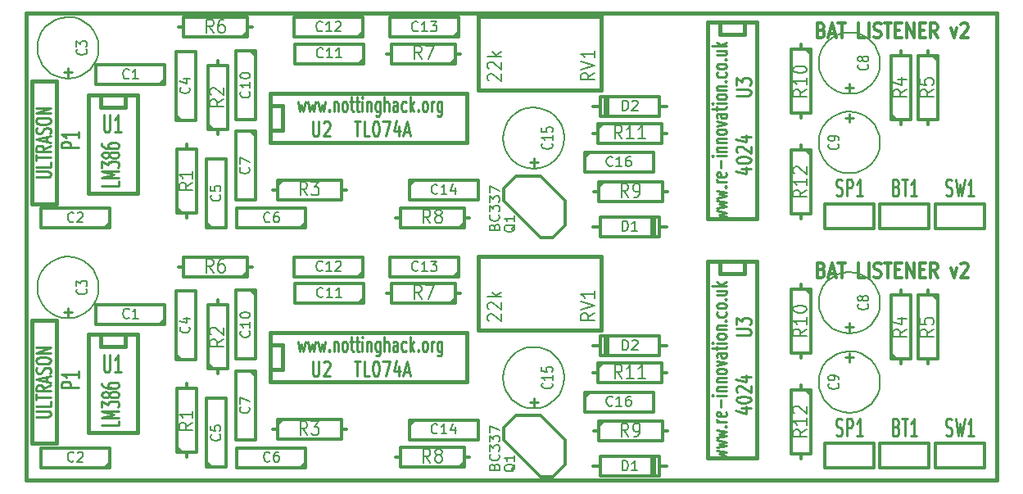
<source format=gto>
G04 (created by PCBNEW-RS274X (2011-12-21 BZR 3253)-stable) date 11/04/2013 12:13:17*
G01*
G70*
G90*
%MOIN*%
G04 Gerber Fmt 3.4, Leading zero omitted, Abs format*
%FSLAX34Y34*%
G04 APERTURE LIST*
%ADD10C,0.006000*%
%ADD11C,0.015000*%
%ADD12C,0.012000*%
%ADD13C,0.009900*%
%ADD14C,0.005000*%
%ADD15C,0.010700*%
%ADD16C,0.011300*%
%ADD17C,0.008000*%
%ADD18C,0.010000*%
G04 APERTURE END LIST*
G54D10*
G54D11*
X10500Y-27250D02*
X10500Y-08250D01*
X50000Y-08250D02*
X50000Y-27250D01*
X50000Y-27250D02*
X10500Y-27250D01*
X10500Y-08250D02*
X50000Y-08250D01*
G54D12*
X42858Y-08929D02*
X42929Y-08957D01*
X42953Y-08986D01*
X42977Y-09043D01*
X42977Y-09129D01*
X42953Y-09186D01*
X42929Y-09214D01*
X42882Y-09243D01*
X42691Y-09243D01*
X42691Y-08643D01*
X42858Y-08643D01*
X42905Y-08671D01*
X42929Y-08700D01*
X42953Y-08757D01*
X42953Y-08814D01*
X42929Y-08871D01*
X42905Y-08900D01*
X42858Y-08929D01*
X42691Y-08929D01*
X43167Y-09071D02*
X43405Y-09071D01*
X43120Y-09243D02*
X43286Y-08643D01*
X43453Y-09243D01*
X43549Y-08643D02*
X43834Y-08643D01*
X43691Y-09243D02*
X43691Y-08643D01*
X44620Y-09243D02*
X44382Y-09243D01*
X44382Y-08643D01*
X44787Y-09243D02*
X44787Y-08643D01*
X45001Y-09214D02*
X45073Y-09243D01*
X45192Y-09243D01*
X45239Y-09214D01*
X45263Y-09186D01*
X45287Y-09129D01*
X45287Y-09071D01*
X45263Y-09014D01*
X45239Y-08986D01*
X45192Y-08957D01*
X45096Y-08929D01*
X45049Y-08900D01*
X45025Y-08871D01*
X45001Y-08814D01*
X45001Y-08757D01*
X45025Y-08700D01*
X45049Y-08671D01*
X45096Y-08643D01*
X45216Y-08643D01*
X45287Y-08671D01*
X45430Y-08643D02*
X45715Y-08643D01*
X45572Y-09243D02*
X45572Y-08643D01*
X45882Y-08929D02*
X46049Y-08929D01*
X46120Y-09243D02*
X45882Y-09243D01*
X45882Y-08643D01*
X46120Y-08643D01*
X46334Y-09243D02*
X46334Y-08643D01*
X46620Y-09243D01*
X46620Y-08643D01*
X46858Y-08929D02*
X47025Y-08929D01*
X47096Y-09243D02*
X46858Y-09243D01*
X46858Y-08643D01*
X47096Y-08643D01*
X47596Y-09243D02*
X47429Y-08957D01*
X47310Y-09243D02*
X47310Y-08643D01*
X47501Y-08643D01*
X47548Y-08671D01*
X47572Y-08700D01*
X47596Y-08757D01*
X47596Y-08843D01*
X47572Y-08900D01*
X47548Y-08929D01*
X47501Y-08957D01*
X47310Y-08957D01*
X48143Y-08843D02*
X48262Y-09243D01*
X48382Y-08843D01*
X48548Y-08700D02*
X48572Y-08671D01*
X48620Y-08643D01*
X48739Y-08643D01*
X48786Y-08671D01*
X48810Y-08700D01*
X48834Y-08757D01*
X48834Y-08814D01*
X48810Y-08900D01*
X48524Y-09243D01*
X48834Y-09243D01*
G54D13*
X21555Y-11845D02*
X21630Y-12239D01*
X21705Y-11957D01*
X21780Y-12239D01*
X21855Y-11845D01*
X21968Y-11845D02*
X22043Y-12239D01*
X22118Y-11957D01*
X22193Y-12239D01*
X22268Y-11845D01*
X22381Y-11845D02*
X22456Y-12239D01*
X22531Y-11957D01*
X22606Y-12239D01*
X22681Y-11845D01*
X22832Y-12182D02*
X22851Y-12211D01*
X22832Y-12239D01*
X22813Y-12211D01*
X22832Y-12182D01*
X22832Y-12239D01*
X23020Y-11845D02*
X23020Y-12239D01*
X23020Y-11901D02*
X23039Y-11873D01*
X23076Y-11845D01*
X23132Y-11845D01*
X23170Y-11873D01*
X23189Y-11929D01*
X23189Y-12239D01*
X23432Y-12239D02*
X23395Y-12211D01*
X23376Y-12182D01*
X23357Y-12126D01*
X23357Y-11957D01*
X23376Y-11901D01*
X23395Y-11873D01*
X23432Y-11845D01*
X23488Y-11845D01*
X23526Y-11873D01*
X23545Y-11901D01*
X23563Y-11957D01*
X23563Y-12126D01*
X23545Y-12182D01*
X23526Y-12211D01*
X23488Y-12239D01*
X23432Y-12239D01*
X23676Y-11845D02*
X23826Y-11845D01*
X23732Y-11648D02*
X23732Y-12154D01*
X23751Y-12211D01*
X23788Y-12239D01*
X23826Y-12239D01*
X23901Y-11845D02*
X24051Y-11845D01*
X23957Y-11648D02*
X23957Y-12154D01*
X23976Y-12211D01*
X24013Y-12239D01*
X24051Y-12239D01*
X24182Y-12239D02*
X24182Y-11845D01*
X24182Y-11648D02*
X24163Y-11676D01*
X24182Y-11704D01*
X24201Y-11676D01*
X24182Y-11648D01*
X24182Y-11704D01*
X24370Y-11845D02*
X24370Y-12239D01*
X24370Y-11901D02*
X24389Y-11873D01*
X24426Y-11845D01*
X24482Y-11845D01*
X24520Y-11873D01*
X24539Y-11929D01*
X24539Y-12239D01*
X24895Y-11845D02*
X24895Y-12323D01*
X24876Y-12379D01*
X24857Y-12408D01*
X24820Y-12436D01*
X24763Y-12436D01*
X24726Y-12408D01*
X24895Y-12211D02*
X24857Y-12239D01*
X24782Y-12239D01*
X24745Y-12211D01*
X24726Y-12182D01*
X24707Y-12126D01*
X24707Y-11957D01*
X24726Y-11901D01*
X24745Y-11873D01*
X24782Y-11845D01*
X24857Y-11845D01*
X24895Y-11873D01*
X25082Y-12239D02*
X25082Y-11648D01*
X25251Y-12239D02*
X25251Y-11929D01*
X25232Y-11873D01*
X25194Y-11845D01*
X25138Y-11845D01*
X25101Y-11873D01*
X25082Y-11901D01*
X25607Y-12239D02*
X25607Y-11929D01*
X25588Y-11873D01*
X25550Y-11845D01*
X25475Y-11845D01*
X25438Y-11873D01*
X25607Y-12211D02*
X25569Y-12239D01*
X25475Y-12239D01*
X25438Y-12211D01*
X25419Y-12154D01*
X25419Y-12098D01*
X25438Y-12042D01*
X25475Y-12014D01*
X25569Y-12014D01*
X25607Y-11985D01*
X25963Y-12211D02*
X25925Y-12239D01*
X25850Y-12239D01*
X25813Y-12211D01*
X25794Y-12182D01*
X25775Y-12126D01*
X25775Y-11957D01*
X25794Y-11901D01*
X25813Y-11873D01*
X25850Y-11845D01*
X25925Y-11845D01*
X25963Y-11873D01*
X26132Y-12239D02*
X26132Y-11648D01*
X26169Y-12014D02*
X26282Y-12239D01*
X26282Y-11845D02*
X26132Y-12070D01*
X26451Y-12182D02*
X26470Y-12211D01*
X26451Y-12239D01*
X26432Y-12211D01*
X26451Y-12182D01*
X26451Y-12239D01*
X26695Y-12239D02*
X26658Y-12211D01*
X26639Y-12182D01*
X26620Y-12126D01*
X26620Y-11957D01*
X26639Y-11901D01*
X26658Y-11873D01*
X26695Y-11845D01*
X26751Y-11845D01*
X26789Y-11873D01*
X26808Y-11901D01*
X26826Y-11957D01*
X26826Y-12126D01*
X26808Y-12182D01*
X26789Y-12211D01*
X26751Y-12239D01*
X26695Y-12239D01*
X26995Y-12239D02*
X26995Y-11845D01*
X26995Y-11957D02*
X27014Y-11901D01*
X27032Y-11873D01*
X27070Y-11845D01*
X27107Y-11845D01*
X27408Y-11845D02*
X27408Y-12323D01*
X27389Y-12379D01*
X27370Y-12408D01*
X27333Y-12436D01*
X27276Y-12436D01*
X27239Y-12408D01*
X27408Y-12211D02*
X27370Y-12239D01*
X27295Y-12239D01*
X27258Y-12211D01*
X27239Y-12182D01*
X27220Y-12126D01*
X27220Y-11957D01*
X27239Y-11901D01*
X27258Y-11873D01*
X27295Y-11845D01*
X27370Y-11845D01*
X27408Y-11873D01*
X38595Y-16583D02*
X38989Y-16508D01*
X38707Y-16433D01*
X38989Y-16358D01*
X38595Y-16283D01*
X38595Y-16170D02*
X38989Y-16095D01*
X38707Y-16020D01*
X38989Y-15945D01*
X38595Y-15870D01*
X38595Y-15757D02*
X38989Y-15682D01*
X38707Y-15607D01*
X38989Y-15532D01*
X38595Y-15457D01*
X38932Y-15306D02*
X38961Y-15287D01*
X38989Y-15306D01*
X38961Y-15325D01*
X38932Y-15306D01*
X38989Y-15306D01*
X38989Y-15118D02*
X38595Y-15118D01*
X38707Y-15118D02*
X38651Y-15099D01*
X38623Y-15081D01*
X38595Y-15043D01*
X38595Y-15006D01*
X38961Y-14724D02*
X38989Y-14762D01*
X38989Y-14837D01*
X38961Y-14874D01*
X38904Y-14893D01*
X38679Y-14893D01*
X38623Y-14874D01*
X38595Y-14837D01*
X38595Y-14762D01*
X38623Y-14724D01*
X38679Y-14705D01*
X38735Y-14705D01*
X38792Y-14893D01*
X38764Y-14536D02*
X38764Y-14236D01*
X38989Y-14048D02*
X38595Y-14048D01*
X38398Y-14048D02*
X38426Y-14067D01*
X38454Y-14048D01*
X38426Y-14029D01*
X38398Y-14048D01*
X38454Y-14048D01*
X38595Y-13860D02*
X38989Y-13860D01*
X38651Y-13860D02*
X38623Y-13841D01*
X38595Y-13804D01*
X38595Y-13748D01*
X38623Y-13710D01*
X38679Y-13691D01*
X38989Y-13691D01*
X38595Y-13504D02*
X38989Y-13504D01*
X38651Y-13504D02*
X38623Y-13485D01*
X38595Y-13448D01*
X38595Y-13392D01*
X38623Y-13354D01*
X38679Y-13335D01*
X38989Y-13335D01*
X38989Y-13092D02*
X38961Y-13129D01*
X38932Y-13148D01*
X38876Y-13167D01*
X38707Y-13167D01*
X38651Y-13148D01*
X38623Y-13129D01*
X38595Y-13092D01*
X38595Y-13036D01*
X38623Y-12998D01*
X38651Y-12979D01*
X38707Y-12961D01*
X38876Y-12961D01*
X38932Y-12979D01*
X38961Y-12998D01*
X38989Y-13036D01*
X38989Y-13092D01*
X38595Y-12830D02*
X38989Y-12736D01*
X38595Y-12642D01*
X38989Y-12323D02*
X38679Y-12323D01*
X38623Y-12342D01*
X38595Y-12380D01*
X38595Y-12455D01*
X38623Y-12492D01*
X38961Y-12323D02*
X38989Y-12361D01*
X38989Y-12455D01*
X38961Y-12492D01*
X38904Y-12511D01*
X38848Y-12511D01*
X38792Y-12492D01*
X38764Y-12455D01*
X38764Y-12361D01*
X38735Y-12323D01*
X38595Y-12192D02*
X38595Y-12042D01*
X38398Y-12136D02*
X38904Y-12136D01*
X38961Y-12117D01*
X38989Y-12080D01*
X38989Y-12042D01*
X38989Y-11911D02*
X38595Y-11911D01*
X38398Y-11911D02*
X38426Y-11930D01*
X38454Y-11911D01*
X38426Y-11892D01*
X38398Y-11911D01*
X38454Y-11911D01*
X38989Y-11667D02*
X38961Y-11704D01*
X38932Y-11723D01*
X38876Y-11742D01*
X38707Y-11742D01*
X38651Y-11723D01*
X38623Y-11704D01*
X38595Y-11667D01*
X38595Y-11611D01*
X38623Y-11573D01*
X38651Y-11554D01*
X38707Y-11536D01*
X38876Y-11536D01*
X38932Y-11554D01*
X38961Y-11573D01*
X38989Y-11611D01*
X38989Y-11667D01*
X38595Y-11367D02*
X38989Y-11367D01*
X38651Y-11367D02*
X38623Y-11348D01*
X38595Y-11311D01*
X38595Y-11255D01*
X38623Y-11217D01*
X38679Y-11198D01*
X38989Y-11198D01*
X38932Y-11011D02*
X38961Y-10992D01*
X38989Y-11011D01*
X38961Y-11030D01*
X38932Y-11011D01*
X38989Y-11011D01*
X38961Y-10654D02*
X38989Y-10692D01*
X38989Y-10767D01*
X38961Y-10804D01*
X38932Y-10823D01*
X38876Y-10842D01*
X38707Y-10842D01*
X38651Y-10823D01*
X38623Y-10804D01*
X38595Y-10767D01*
X38595Y-10692D01*
X38623Y-10654D01*
X38989Y-10429D02*
X38961Y-10466D01*
X38932Y-10485D01*
X38876Y-10504D01*
X38707Y-10504D01*
X38651Y-10485D01*
X38623Y-10466D01*
X38595Y-10429D01*
X38595Y-10373D01*
X38623Y-10335D01*
X38651Y-10316D01*
X38707Y-10298D01*
X38876Y-10298D01*
X38932Y-10316D01*
X38961Y-10335D01*
X38989Y-10373D01*
X38989Y-10429D01*
X38932Y-10129D02*
X38961Y-10110D01*
X38989Y-10129D01*
X38961Y-10148D01*
X38932Y-10129D01*
X38989Y-10129D01*
X38595Y-09772D02*
X38989Y-09772D01*
X38595Y-09941D02*
X38904Y-09941D01*
X38961Y-09922D01*
X38989Y-09885D01*
X38989Y-09829D01*
X38961Y-09791D01*
X38932Y-09772D01*
X38989Y-09585D02*
X38398Y-09585D01*
X38764Y-09548D02*
X38989Y-09435D01*
X38595Y-09435D02*
X38820Y-09585D01*
X38595Y-26333D02*
X38989Y-26258D01*
X38707Y-26183D01*
X38989Y-26108D01*
X38595Y-26033D01*
X38595Y-25920D02*
X38989Y-25845D01*
X38707Y-25770D01*
X38989Y-25695D01*
X38595Y-25620D01*
X38595Y-25507D02*
X38989Y-25432D01*
X38707Y-25357D01*
X38989Y-25282D01*
X38595Y-25207D01*
X38932Y-25056D02*
X38961Y-25037D01*
X38989Y-25056D01*
X38961Y-25075D01*
X38932Y-25056D01*
X38989Y-25056D01*
X38989Y-24868D02*
X38595Y-24868D01*
X38707Y-24868D02*
X38651Y-24849D01*
X38623Y-24831D01*
X38595Y-24793D01*
X38595Y-24756D01*
X38961Y-24474D02*
X38989Y-24512D01*
X38989Y-24587D01*
X38961Y-24624D01*
X38904Y-24643D01*
X38679Y-24643D01*
X38623Y-24624D01*
X38595Y-24587D01*
X38595Y-24512D01*
X38623Y-24474D01*
X38679Y-24455D01*
X38735Y-24455D01*
X38792Y-24643D01*
X38764Y-24286D02*
X38764Y-23986D01*
X38989Y-23798D02*
X38595Y-23798D01*
X38398Y-23798D02*
X38426Y-23817D01*
X38454Y-23798D01*
X38426Y-23779D01*
X38398Y-23798D01*
X38454Y-23798D01*
X38595Y-23610D02*
X38989Y-23610D01*
X38651Y-23610D02*
X38623Y-23591D01*
X38595Y-23554D01*
X38595Y-23498D01*
X38623Y-23460D01*
X38679Y-23441D01*
X38989Y-23441D01*
X38595Y-23254D02*
X38989Y-23254D01*
X38651Y-23254D02*
X38623Y-23235D01*
X38595Y-23198D01*
X38595Y-23142D01*
X38623Y-23104D01*
X38679Y-23085D01*
X38989Y-23085D01*
X38989Y-22842D02*
X38961Y-22879D01*
X38932Y-22898D01*
X38876Y-22917D01*
X38707Y-22917D01*
X38651Y-22898D01*
X38623Y-22879D01*
X38595Y-22842D01*
X38595Y-22786D01*
X38623Y-22748D01*
X38651Y-22729D01*
X38707Y-22711D01*
X38876Y-22711D01*
X38932Y-22729D01*
X38961Y-22748D01*
X38989Y-22786D01*
X38989Y-22842D01*
X38595Y-22580D02*
X38989Y-22486D01*
X38595Y-22392D01*
X38989Y-22073D02*
X38679Y-22073D01*
X38623Y-22092D01*
X38595Y-22130D01*
X38595Y-22205D01*
X38623Y-22242D01*
X38961Y-22073D02*
X38989Y-22111D01*
X38989Y-22205D01*
X38961Y-22242D01*
X38904Y-22261D01*
X38848Y-22261D01*
X38792Y-22242D01*
X38764Y-22205D01*
X38764Y-22111D01*
X38735Y-22073D01*
X38595Y-21942D02*
X38595Y-21792D01*
X38398Y-21886D02*
X38904Y-21886D01*
X38961Y-21867D01*
X38989Y-21830D01*
X38989Y-21792D01*
X38989Y-21661D02*
X38595Y-21661D01*
X38398Y-21661D02*
X38426Y-21680D01*
X38454Y-21661D01*
X38426Y-21642D01*
X38398Y-21661D01*
X38454Y-21661D01*
X38989Y-21417D02*
X38961Y-21454D01*
X38932Y-21473D01*
X38876Y-21492D01*
X38707Y-21492D01*
X38651Y-21473D01*
X38623Y-21454D01*
X38595Y-21417D01*
X38595Y-21361D01*
X38623Y-21323D01*
X38651Y-21304D01*
X38707Y-21286D01*
X38876Y-21286D01*
X38932Y-21304D01*
X38961Y-21323D01*
X38989Y-21361D01*
X38989Y-21417D01*
X38595Y-21117D02*
X38989Y-21117D01*
X38651Y-21117D02*
X38623Y-21098D01*
X38595Y-21061D01*
X38595Y-21005D01*
X38623Y-20967D01*
X38679Y-20948D01*
X38989Y-20948D01*
X38932Y-20761D02*
X38961Y-20742D01*
X38989Y-20761D01*
X38961Y-20780D01*
X38932Y-20761D01*
X38989Y-20761D01*
X38961Y-20404D02*
X38989Y-20442D01*
X38989Y-20517D01*
X38961Y-20554D01*
X38932Y-20573D01*
X38876Y-20592D01*
X38707Y-20592D01*
X38651Y-20573D01*
X38623Y-20554D01*
X38595Y-20517D01*
X38595Y-20442D01*
X38623Y-20404D01*
X38989Y-20179D02*
X38961Y-20216D01*
X38932Y-20235D01*
X38876Y-20254D01*
X38707Y-20254D01*
X38651Y-20235D01*
X38623Y-20216D01*
X38595Y-20179D01*
X38595Y-20123D01*
X38623Y-20085D01*
X38651Y-20066D01*
X38707Y-20048D01*
X38876Y-20048D01*
X38932Y-20066D01*
X38961Y-20085D01*
X38989Y-20123D01*
X38989Y-20179D01*
X38932Y-19879D02*
X38961Y-19860D01*
X38989Y-19879D01*
X38961Y-19898D01*
X38932Y-19879D01*
X38989Y-19879D01*
X38595Y-19522D02*
X38989Y-19522D01*
X38595Y-19691D02*
X38904Y-19691D01*
X38961Y-19672D01*
X38989Y-19635D01*
X38989Y-19579D01*
X38961Y-19541D01*
X38932Y-19522D01*
X38989Y-19335D02*
X38398Y-19335D01*
X38764Y-19298D02*
X38989Y-19185D01*
X38595Y-19185D02*
X38820Y-19335D01*
X21555Y-21595D02*
X21630Y-21989D01*
X21705Y-21707D01*
X21780Y-21989D01*
X21855Y-21595D01*
X21968Y-21595D02*
X22043Y-21989D01*
X22118Y-21707D01*
X22193Y-21989D01*
X22268Y-21595D01*
X22381Y-21595D02*
X22456Y-21989D01*
X22531Y-21707D01*
X22606Y-21989D01*
X22681Y-21595D01*
X22832Y-21932D02*
X22851Y-21961D01*
X22832Y-21989D01*
X22813Y-21961D01*
X22832Y-21932D01*
X22832Y-21989D01*
X23020Y-21595D02*
X23020Y-21989D01*
X23020Y-21651D02*
X23039Y-21623D01*
X23076Y-21595D01*
X23132Y-21595D01*
X23170Y-21623D01*
X23189Y-21679D01*
X23189Y-21989D01*
X23432Y-21989D02*
X23395Y-21961D01*
X23376Y-21932D01*
X23357Y-21876D01*
X23357Y-21707D01*
X23376Y-21651D01*
X23395Y-21623D01*
X23432Y-21595D01*
X23488Y-21595D01*
X23526Y-21623D01*
X23545Y-21651D01*
X23563Y-21707D01*
X23563Y-21876D01*
X23545Y-21932D01*
X23526Y-21961D01*
X23488Y-21989D01*
X23432Y-21989D01*
X23676Y-21595D02*
X23826Y-21595D01*
X23732Y-21398D02*
X23732Y-21904D01*
X23751Y-21961D01*
X23788Y-21989D01*
X23826Y-21989D01*
X23901Y-21595D02*
X24051Y-21595D01*
X23957Y-21398D02*
X23957Y-21904D01*
X23976Y-21961D01*
X24013Y-21989D01*
X24051Y-21989D01*
X24182Y-21989D02*
X24182Y-21595D01*
X24182Y-21398D02*
X24163Y-21426D01*
X24182Y-21454D01*
X24201Y-21426D01*
X24182Y-21398D01*
X24182Y-21454D01*
X24370Y-21595D02*
X24370Y-21989D01*
X24370Y-21651D02*
X24389Y-21623D01*
X24426Y-21595D01*
X24482Y-21595D01*
X24520Y-21623D01*
X24539Y-21679D01*
X24539Y-21989D01*
X24895Y-21595D02*
X24895Y-22073D01*
X24876Y-22129D01*
X24857Y-22158D01*
X24820Y-22186D01*
X24763Y-22186D01*
X24726Y-22158D01*
X24895Y-21961D02*
X24857Y-21989D01*
X24782Y-21989D01*
X24745Y-21961D01*
X24726Y-21932D01*
X24707Y-21876D01*
X24707Y-21707D01*
X24726Y-21651D01*
X24745Y-21623D01*
X24782Y-21595D01*
X24857Y-21595D01*
X24895Y-21623D01*
X25082Y-21989D02*
X25082Y-21398D01*
X25251Y-21989D02*
X25251Y-21679D01*
X25232Y-21623D01*
X25194Y-21595D01*
X25138Y-21595D01*
X25101Y-21623D01*
X25082Y-21651D01*
X25607Y-21989D02*
X25607Y-21679D01*
X25588Y-21623D01*
X25550Y-21595D01*
X25475Y-21595D01*
X25438Y-21623D01*
X25607Y-21961D02*
X25569Y-21989D01*
X25475Y-21989D01*
X25438Y-21961D01*
X25419Y-21904D01*
X25419Y-21848D01*
X25438Y-21792D01*
X25475Y-21764D01*
X25569Y-21764D01*
X25607Y-21735D01*
X25963Y-21961D02*
X25925Y-21989D01*
X25850Y-21989D01*
X25813Y-21961D01*
X25794Y-21932D01*
X25775Y-21876D01*
X25775Y-21707D01*
X25794Y-21651D01*
X25813Y-21623D01*
X25850Y-21595D01*
X25925Y-21595D01*
X25963Y-21623D01*
X26132Y-21989D02*
X26132Y-21398D01*
X26169Y-21764D02*
X26282Y-21989D01*
X26282Y-21595D02*
X26132Y-21820D01*
X26451Y-21932D02*
X26470Y-21961D01*
X26451Y-21989D01*
X26432Y-21961D01*
X26451Y-21932D01*
X26451Y-21989D01*
X26695Y-21989D02*
X26658Y-21961D01*
X26639Y-21932D01*
X26620Y-21876D01*
X26620Y-21707D01*
X26639Y-21651D01*
X26658Y-21623D01*
X26695Y-21595D01*
X26751Y-21595D01*
X26789Y-21623D01*
X26808Y-21651D01*
X26826Y-21707D01*
X26826Y-21876D01*
X26808Y-21932D01*
X26789Y-21961D01*
X26751Y-21989D01*
X26695Y-21989D01*
X26995Y-21989D02*
X26995Y-21595D01*
X26995Y-21707D02*
X27014Y-21651D01*
X27032Y-21623D01*
X27070Y-21595D01*
X27107Y-21595D01*
X27408Y-21595D02*
X27408Y-22073D01*
X27389Y-22129D01*
X27370Y-22158D01*
X27333Y-22186D01*
X27276Y-22186D01*
X27239Y-22158D01*
X27408Y-21961D02*
X27370Y-21989D01*
X27295Y-21989D01*
X27258Y-21961D01*
X27239Y-21932D01*
X27220Y-21876D01*
X27220Y-21707D01*
X27239Y-21651D01*
X27258Y-21623D01*
X27295Y-21595D01*
X27370Y-21595D01*
X27408Y-21623D01*
G54D12*
X42858Y-18679D02*
X42929Y-18707D01*
X42953Y-18736D01*
X42977Y-18793D01*
X42977Y-18879D01*
X42953Y-18936D01*
X42929Y-18964D01*
X42882Y-18993D01*
X42691Y-18993D01*
X42691Y-18393D01*
X42858Y-18393D01*
X42905Y-18421D01*
X42929Y-18450D01*
X42953Y-18507D01*
X42953Y-18564D01*
X42929Y-18621D01*
X42905Y-18650D01*
X42858Y-18679D01*
X42691Y-18679D01*
X43167Y-18821D02*
X43405Y-18821D01*
X43120Y-18993D02*
X43286Y-18393D01*
X43453Y-18993D01*
X43549Y-18393D02*
X43834Y-18393D01*
X43691Y-18993D02*
X43691Y-18393D01*
X44620Y-18993D02*
X44382Y-18993D01*
X44382Y-18393D01*
X44787Y-18993D02*
X44787Y-18393D01*
X45001Y-18964D02*
X45073Y-18993D01*
X45192Y-18993D01*
X45239Y-18964D01*
X45263Y-18936D01*
X45287Y-18879D01*
X45287Y-18821D01*
X45263Y-18764D01*
X45239Y-18736D01*
X45192Y-18707D01*
X45096Y-18679D01*
X45049Y-18650D01*
X45025Y-18621D01*
X45001Y-18564D01*
X45001Y-18507D01*
X45025Y-18450D01*
X45049Y-18421D01*
X45096Y-18393D01*
X45216Y-18393D01*
X45287Y-18421D01*
X45430Y-18393D02*
X45715Y-18393D01*
X45572Y-18993D02*
X45572Y-18393D01*
X45882Y-18679D02*
X46049Y-18679D01*
X46120Y-18993D02*
X45882Y-18993D01*
X45882Y-18393D01*
X46120Y-18393D01*
X46334Y-18993D02*
X46334Y-18393D01*
X46620Y-18993D01*
X46620Y-18393D01*
X46858Y-18679D02*
X47025Y-18679D01*
X47096Y-18993D02*
X46858Y-18993D01*
X46858Y-18393D01*
X47096Y-18393D01*
X47596Y-18993D02*
X47429Y-18707D01*
X47310Y-18993D02*
X47310Y-18393D01*
X47501Y-18393D01*
X47548Y-18421D01*
X47572Y-18450D01*
X47596Y-18507D01*
X47596Y-18593D01*
X47572Y-18650D01*
X47548Y-18679D01*
X47501Y-18707D01*
X47310Y-18707D01*
X48143Y-18593D02*
X48262Y-18993D01*
X48382Y-18593D01*
X48548Y-18450D02*
X48572Y-18421D01*
X48620Y-18393D01*
X48739Y-18393D01*
X48786Y-18421D01*
X48810Y-18450D01*
X48834Y-18507D01*
X48834Y-18564D01*
X48810Y-18650D01*
X48524Y-18993D01*
X48834Y-18993D01*
X49500Y-16000D02*
X49500Y-17000D01*
X49500Y-17000D02*
X47500Y-17000D01*
X47500Y-17000D02*
X47500Y-16000D01*
X47500Y-16000D02*
X49500Y-16000D01*
X47250Y-16000D02*
X47250Y-17000D01*
X47250Y-17000D02*
X45250Y-17000D01*
X45250Y-17000D02*
X45250Y-16000D01*
X45250Y-16000D02*
X47250Y-16000D01*
G54D11*
X40240Y-08590D02*
X40240Y-16590D01*
X38240Y-16590D02*
X38240Y-08590D01*
X38240Y-08590D02*
X40240Y-08590D01*
X39740Y-08590D02*
X39740Y-09090D01*
X39740Y-09090D02*
X38740Y-09090D01*
X38740Y-09090D02*
X38740Y-08590D01*
X40240Y-16590D02*
X38240Y-16590D01*
X32900Y-08370D02*
X33900Y-08370D01*
X33900Y-08370D02*
X33900Y-11370D01*
X33900Y-11370D02*
X28900Y-11370D01*
X28900Y-11370D02*
X28900Y-08370D01*
X28900Y-08370D02*
X29900Y-08370D01*
X29900Y-08370D02*
X33900Y-08370D01*
G54D12*
X29900Y-08370D02*
X32900Y-08370D01*
X33590Y-15500D02*
X33790Y-15500D01*
X36590Y-15500D02*
X36390Y-15500D01*
X36390Y-15500D02*
X36390Y-15100D01*
X36390Y-15100D02*
X33790Y-15100D01*
X33790Y-15100D02*
X33790Y-15900D01*
X33790Y-15900D02*
X36390Y-15900D01*
X36390Y-15900D02*
X36390Y-15500D01*
X33790Y-15300D02*
X33990Y-15100D01*
X33570Y-13130D02*
X33770Y-13130D01*
X36570Y-13130D02*
X36370Y-13130D01*
X36370Y-13130D02*
X36370Y-12730D01*
X36370Y-12730D02*
X33770Y-12730D01*
X33770Y-12730D02*
X33770Y-13530D01*
X33770Y-13530D02*
X36370Y-13530D01*
X36370Y-13530D02*
X36370Y-13130D01*
X33770Y-12930D02*
X33970Y-12730D01*
X42040Y-13610D02*
X42040Y-13810D01*
X42040Y-16610D02*
X42040Y-16410D01*
X42040Y-16410D02*
X42440Y-16410D01*
X42440Y-16410D02*
X42440Y-13810D01*
X42440Y-13810D02*
X41640Y-13810D01*
X41640Y-13810D02*
X41640Y-16410D01*
X41640Y-16410D02*
X42040Y-16410D01*
X42240Y-13810D02*
X42440Y-14010D01*
X42040Y-09520D02*
X42040Y-09720D01*
X42040Y-12520D02*
X42040Y-12320D01*
X42040Y-12320D02*
X42440Y-12320D01*
X42440Y-12320D02*
X42440Y-09720D01*
X42440Y-09720D02*
X41640Y-09720D01*
X41640Y-09720D02*
X41640Y-12320D01*
X41640Y-12320D02*
X42040Y-12320D01*
X42240Y-09720D02*
X42440Y-09920D01*
X47200Y-09770D02*
X47200Y-09970D01*
X47200Y-12770D02*
X47200Y-12570D01*
X47200Y-12570D02*
X47600Y-12570D01*
X47600Y-12570D02*
X47600Y-09970D01*
X47600Y-09970D02*
X46800Y-09970D01*
X46800Y-09970D02*
X46800Y-12570D01*
X46800Y-12570D02*
X47200Y-12570D01*
X47400Y-09970D02*
X47600Y-10170D01*
X46100Y-12770D02*
X46100Y-12570D01*
X46100Y-09770D02*
X46100Y-09970D01*
X46100Y-09970D02*
X45700Y-09970D01*
X45700Y-09970D02*
X45700Y-12570D01*
X45700Y-12570D02*
X46500Y-12570D01*
X46500Y-12570D02*
X46500Y-09970D01*
X46500Y-09970D02*
X46100Y-09970D01*
X45900Y-12570D02*
X45700Y-12370D01*
X28530Y-16560D02*
X28330Y-16560D01*
X25530Y-16560D02*
X25730Y-16560D01*
X25730Y-16560D02*
X25730Y-16960D01*
X25730Y-16960D02*
X28330Y-16960D01*
X28330Y-16960D02*
X28330Y-16160D01*
X28330Y-16160D02*
X25730Y-16160D01*
X25730Y-16160D02*
X25730Y-16560D01*
X28330Y-16760D02*
X28130Y-16960D01*
X28170Y-09890D02*
X27970Y-09890D01*
X25170Y-09890D02*
X25370Y-09890D01*
X25370Y-09890D02*
X25370Y-10290D01*
X25370Y-10290D02*
X27970Y-10290D01*
X27970Y-10290D02*
X27970Y-09490D01*
X27970Y-09490D02*
X25370Y-09490D01*
X25370Y-09490D02*
X25370Y-09890D01*
X27970Y-10090D02*
X27770Y-10290D01*
X19700Y-08820D02*
X19500Y-08820D01*
X16700Y-08820D02*
X16900Y-08820D01*
X16900Y-08820D02*
X16900Y-09220D01*
X16900Y-09220D02*
X19500Y-09220D01*
X19500Y-09220D02*
X19500Y-08420D01*
X19500Y-08420D02*
X16900Y-08420D01*
X16900Y-08420D02*
X16900Y-08820D01*
X19500Y-09020D02*
X19300Y-09220D01*
X20520Y-15430D02*
X20720Y-15430D01*
X23520Y-15430D02*
X23320Y-15430D01*
X23320Y-15430D02*
X23320Y-15030D01*
X23320Y-15030D02*
X20720Y-15030D01*
X20720Y-15030D02*
X20720Y-15830D01*
X20720Y-15830D02*
X23320Y-15830D01*
X23320Y-15830D02*
X23320Y-15430D01*
X20720Y-15230D02*
X20920Y-15030D01*
X18300Y-13170D02*
X18300Y-12970D01*
X18300Y-10170D02*
X18300Y-10370D01*
X18300Y-10370D02*
X17900Y-10370D01*
X17900Y-10370D02*
X17900Y-12970D01*
X17900Y-12970D02*
X18700Y-12970D01*
X18700Y-12970D02*
X18700Y-10370D01*
X18700Y-10370D02*
X18300Y-10370D01*
X18100Y-12970D02*
X17900Y-12770D01*
X17050Y-16570D02*
X17050Y-16370D01*
X17050Y-13570D02*
X17050Y-13770D01*
X17050Y-13770D02*
X16650Y-13770D01*
X16650Y-13770D02*
X16650Y-16370D01*
X16650Y-16370D02*
X17450Y-16370D01*
X17450Y-16370D02*
X17450Y-13770D01*
X17450Y-13770D02*
X17050Y-13770D01*
X16850Y-16370D02*
X16650Y-16170D01*
G54D11*
X14540Y-11560D02*
X14540Y-12060D01*
X14540Y-12060D02*
X13540Y-12060D01*
X13540Y-12060D02*
X13540Y-11560D01*
X15040Y-11560D02*
X15040Y-15560D01*
X15040Y-15560D02*
X13040Y-15560D01*
X13040Y-15560D02*
X13040Y-11560D01*
X13040Y-11560D02*
X15040Y-11560D01*
X20430Y-11490D02*
X28430Y-11490D01*
X28430Y-13490D02*
X20430Y-13490D01*
X20430Y-13490D02*
X20430Y-11490D01*
X20430Y-11990D02*
X20930Y-11990D01*
X20930Y-11990D02*
X20930Y-12990D01*
X20930Y-12990D02*
X20430Y-12990D01*
X28430Y-11490D02*
X28430Y-13490D01*
G54D12*
X36560Y-16930D02*
X36260Y-16930D01*
X36260Y-16930D02*
X36260Y-16530D01*
X36260Y-16530D02*
X33860Y-16530D01*
X33860Y-16530D02*
X33860Y-16930D01*
X33860Y-16930D02*
X33560Y-16930D01*
X33860Y-16930D02*
X33860Y-17330D01*
X33860Y-17330D02*
X36260Y-17330D01*
X36260Y-17330D02*
X36260Y-16930D01*
X36060Y-16530D02*
X36060Y-17330D01*
X35960Y-17330D02*
X35960Y-16530D01*
X33570Y-12030D02*
X33870Y-12030D01*
X33870Y-12030D02*
X33870Y-12430D01*
X33870Y-12430D02*
X36270Y-12430D01*
X36270Y-12430D02*
X36270Y-12030D01*
X36270Y-12030D02*
X36570Y-12030D01*
X36270Y-12030D02*
X36270Y-11630D01*
X36270Y-11630D02*
X33870Y-11630D01*
X33870Y-11630D02*
X33870Y-12030D01*
X34070Y-12430D02*
X34070Y-11630D01*
X34170Y-11630D02*
X34170Y-12430D01*
X33220Y-13910D02*
X36020Y-13910D01*
X36020Y-13910D02*
X36020Y-14710D01*
X36020Y-14710D02*
X33220Y-14710D01*
X33220Y-14710D02*
X33220Y-13910D01*
X33220Y-14110D02*
X33420Y-13910D01*
X26090Y-15040D02*
X28890Y-15040D01*
X28890Y-15040D02*
X28890Y-15840D01*
X28890Y-15840D02*
X26090Y-15840D01*
X26090Y-15840D02*
X26090Y-15040D01*
X26090Y-15240D02*
X26290Y-15040D01*
X28100Y-09220D02*
X25300Y-09220D01*
X25300Y-09220D02*
X25300Y-08420D01*
X25300Y-08420D02*
X28100Y-08420D01*
X28100Y-08420D02*
X28100Y-09220D01*
X28100Y-09020D02*
X27900Y-09220D01*
X19850Y-09770D02*
X19850Y-12570D01*
X19850Y-12570D02*
X19050Y-12570D01*
X19050Y-12570D02*
X19050Y-09770D01*
X19050Y-09770D02*
X19850Y-09770D01*
X19650Y-09770D02*
X19850Y-09970D01*
X24230Y-10290D02*
X21430Y-10290D01*
X21430Y-10290D02*
X21430Y-09490D01*
X21430Y-09490D02*
X24230Y-09490D01*
X24230Y-09490D02*
X24230Y-10290D01*
X24230Y-10090D02*
X24030Y-10290D01*
X24210Y-09220D02*
X21410Y-09220D01*
X21410Y-09220D02*
X21410Y-08420D01*
X21410Y-08420D02*
X24210Y-08420D01*
X24210Y-08420D02*
X24210Y-09220D01*
X24210Y-09020D02*
X24010Y-09220D01*
X19830Y-13050D02*
X19830Y-15850D01*
X19830Y-15850D02*
X19030Y-15850D01*
X19030Y-15850D02*
X19030Y-13050D01*
X19030Y-13050D02*
X19830Y-13050D01*
X19630Y-13050D02*
X19830Y-13250D01*
X16150Y-11150D02*
X13350Y-11150D01*
X13350Y-11150D02*
X13350Y-10350D01*
X13350Y-10350D02*
X16150Y-10350D01*
X16150Y-10350D02*
X16150Y-11150D01*
X16150Y-10950D02*
X15950Y-11150D01*
X21880Y-16980D02*
X19080Y-16980D01*
X19080Y-16980D02*
X19080Y-16180D01*
X19080Y-16180D02*
X21880Y-16180D01*
X21880Y-16180D02*
X21880Y-16980D01*
X21880Y-16780D02*
X21680Y-16980D01*
X17850Y-16970D02*
X17850Y-14170D01*
X17850Y-14170D02*
X18650Y-14170D01*
X18650Y-14170D02*
X18650Y-16970D01*
X18650Y-16970D02*
X17850Y-16970D01*
X18050Y-16970D02*
X17850Y-16770D01*
X16600Y-12590D02*
X16600Y-09790D01*
X16600Y-09790D02*
X17400Y-09790D01*
X17400Y-09790D02*
X17400Y-12590D01*
X17400Y-12590D02*
X16600Y-12590D01*
X16800Y-12590D02*
X16600Y-12390D01*
X13900Y-16980D02*
X11100Y-16980D01*
X11100Y-16980D02*
X11100Y-16180D01*
X11100Y-16180D02*
X13900Y-16180D01*
X13900Y-16180D02*
X13900Y-16980D01*
X13900Y-16780D02*
X13700Y-16980D01*
G54D14*
X32400Y-13320D02*
X32376Y-13562D01*
X32305Y-13796D01*
X32191Y-14011D01*
X32036Y-14200D01*
X31848Y-14356D01*
X31634Y-14472D01*
X31401Y-14544D01*
X31158Y-14569D01*
X30916Y-14547D01*
X30682Y-14478D01*
X30466Y-14365D01*
X30276Y-14213D01*
X30119Y-14026D01*
X30002Y-13812D01*
X29928Y-13579D01*
X29901Y-13337D01*
X29921Y-13095D01*
X29988Y-12860D01*
X30100Y-12643D01*
X30251Y-12452D01*
X30437Y-12294D01*
X30650Y-12175D01*
X30882Y-12100D01*
X31124Y-12071D01*
X31367Y-12089D01*
X31602Y-12155D01*
X31819Y-12265D01*
X32012Y-12415D01*
X32171Y-12600D01*
X32291Y-12812D01*
X32368Y-13044D01*
X32399Y-13286D01*
X32400Y-13320D01*
X13450Y-09650D02*
X13426Y-09892D01*
X13355Y-10126D01*
X13241Y-10341D01*
X13086Y-10530D01*
X12898Y-10686D01*
X12684Y-10802D01*
X12451Y-10874D01*
X12208Y-10899D01*
X11966Y-10877D01*
X11732Y-10808D01*
X11516Y-10695D01*
X11326Y-10543D01*
X11169Y-10356D01*
X11052Y-10142D01*
X10978Y-09909D01*
X10951Y-09667D01*
X10971Y-09425D01*
X11038Y-09190D01*
X11150Y-08973D01*
X11301Y-08782D01*
X11487Y-08624D01*
X11700Y-08505D01*
X11932Y-08430D01*
X12174Y-08401D01*
X12417Y-08419D01*
X12652Y-08485D01*
X12869Y-08595D01*
X13062Y-08745D01*
X13221Y-08930D01*
X13341Y-09142D01*
X13418Y-09374D01*
X13449Y-09616D01*
X13450Y-09650D01*
X45250Y-10270D02*
X45226Y-10512D01*
X45155Y-10746D01*
X45041Y-10961D01*
X44886Y-11150D01*
X44698Y-11306D01*
X44484Y-11422D01*
X44251Y-11494D01*
X44008Y-11519D01*
X43766Y-11497D01*
X43532Y-11428D01*
X43316Y-11315D01*
X43126Y-11163D01*
X42969Y-10976D01*
X42852Y-10762D01*
X42778Y-10529D01*
X42751Y-10287D01*
X42771Y-10045D01*
X42838Y-09810D01*
X42950Y-09593D01*
X43101Y-09402D01*
X43287Y-09244D01*
X43500Y-09125D01*
X43732Y-09050D01*
X43974Y-09021D01*
X44217Y-09039D01*
X44452Y-09105D01*
X44669Y-09215D01*
X44862Y-09365D01*
X45021Y-09550D01*
X45141Y-09762D01*
X45218Y-09994D01*
X45249Y-10236D01*
X45250Y-10270D01*
X45250Y-13500D02*
X45226Y-13742D01*
X45155Y-13976D01*
X45041Y-14191D01*
X44886Y-14380D01*
X44698Y-14536D01*
X44484Y-14652D01*
X44251Y-14724D01*
X44008Y-14749D01*
X43766Y-14727D01*
X43532Y-14658D01*
X43316Y-14545D01*
X43126Y-14393D01*
X42969Y-14206D01*
X42852Y-13992D01*
X42778Y-13759D01*
X42751Y-13517D01*
X42771Y-13275D01*
X42838Y-13040D01*
X42950Y-12823D01*
X43101Y-12632D01*
X43287Y-12474D01*
X43500Y-12355D01*
X43732Y-12280D01*
X43974Y-12251D01*
X44217Y-12269D01*
X44452Y-12335D01*
X44669Y-12445D01*
X44862Y-12595D01*
X45021Y-12780D01*
X45141Y-12992D01*
X45218Y-13224D01*
X45249Y-13466D01*
X45250Y-13500D01*
G54D12*
X29950Y-15870D02*
X31450Y-17370D01*
X31450Y-17370D02*
X31950Y-17370D01*
X31950Y-17370D02*
X32450Y-16870D01*
X32450Y-16870D02*
X32450Y-15870D01*
X32450Y-15870D02*
X31450Y-14870D01*
X31450Y-14870D02*
X30450Y-14870D01*
X30450Y-14870D02*
X29950Y-15370D01*
X29950Y-15370D02*
X29950Y-15870D01*
X45000Y-16000D02*
X45000Y-17000D01*
X45000Y-17000D02*
X43000Y-17000D01*
X43000Y-17000D02*
X43000Y-16000D01*
X43000Y-16000D02*
X45000Y-16000D01*
G54D11*
X11750Y-13000D02*
X11750Y-16000D01*
X11750Y-16000D02*
X10750Y-16000D01*
X10750Y-16000D02*
X10750Y-13000D01*
X10750Y-13000D02*
X10750Y-11000D01*
X10750Y-11000D02*
X11750Y-11000D01*
X11750Y-11000D02*
X11750Y-13000D01*
G54D12*
X10750Y-11000D02*
X11750Y-11000D01*
X11750Y-11000D02*
X11750Y-13000D01*
X10750Y-13000D02*
X10750Y-11000D01*
G54D11*
X11750Y-22750D02*
X11750Y-25750D01*
X11750Y-25750D02*
X10750Y-25750D01*
X10750Y-25750D02*
X10750Y-22750D01*
X10750Y-22750D02*
X10750Y-20750D01*
X10750Y-20750D02*
X11750Y-20750D01*
X11750Y-20750D02*
X11750Y-22750D01*
G54D12*
X10750Y-20750D02*
X11750Y-20750D01*
X11750Y-20750D02*
X11750Y-22750D01*
X10750Y-22750D02*
X10750Y-20750D01*
X45000Y-25750D02*
X45000Y-26750D01*
X45000Y-26750D02*
X43000Y-26750D01*
X43000Y-26750D02*
X43000Y-25750D01*
X43000Y-25750D02*
X45000Y-25750D01*
X29950Y-25620D02*
X31450Y-27120D01*
X31450Y-27120D02*
X31950Y-27120D01*
X31950Y-27120D02*
X32450Y-26620D01*
X32450Y-26620D02*
X32450Y-25620D01*
X32450Y-25620D02*
X31450Y-24620D01*
X31450Y-24620D02*
X30450Y-24620D01*
X30450Y-24620D02*
X29950Y-25120D01*
X29950Y-25120D02*
X29950Y-25620D01*
G54D14*
X45250Y-23250D02*
X45226Y-23492D01*
X45155Y-23726D01*
X45041Y-23941D01*
X44886Y-24130D01*
X44698Y-24286D01*
X44484Y-24402D01*
X44251Y-24474D01*
X44008Y-24499D01*
X43766Y-24477D01*
X43532Y-24408D01*
X43316Y-24295D01*
X43126Y-24143D01*
X42969Y-23956D01*
X42852Y-23742D01*
X42778Y-23509D01*
X42751Y-23267D01*
X42771Y-23025D01*
X42838Y-22790D01*
X42950Y-22573D01*
X43101Y-22382D01*
X43287Y-22224D01*
X43500Y-22105D01*
X43732Y-22030D01*
X43974Y-22001D01*
X44217Y-22019D01*
X44452Y-22085D01*
X44669Y-22195D01*
X44862Y-22345D01*
X45021Y-22530D01*
X45141Y-22742D01*
X45218Y-22974D01*
X45249Y-23216D01*
X45250Y-23250D01*
X45250Y-20020D02*
X45226Y-20262D01*
X45155Y-20496D01*
X45041Y-20711D01*
X44886Y-20900D01*
X44698Y-21056D01*
X44484Y-21172D01*
X44251Y-21244D01*
X44008Y-21269D01*
X43766Y-21247D01*
X43532Y-21178D01*
X43316Y-21065D01*
X43126Y-20913D01*
X42969Y-20726D01*
X42852Y-20512D01*
X42778Y-20279D01*
X42751Y-20037D01*
X42771Y-19795D01*
X42838Y-19560D01*
X42950Y-19343D01*
X43101Y-19152D01*
X43287Y-18994D01*
X43500Y-18875D01*
X43732Y-18800D01*
X43974Y-18771D01*
X44217Y-18789D01*
X44452Y-18855D01*
X44669Y-18965D01*
X44862Y-19115D01*
X45021Y-19300D01*
X45141Y-19512D01*
X45218Y-19744D01*
X45249Y-19986D01*
X45250Y-20020D01*
X13450Y-19400D02*
X13426Y-19642D01*
X13355Y-19876D01*
X13241Y-20091D01*
X13086Y-20280D01*
X12898Y-20436D01*
X12684Y-20552D01*
X12451Y-20624D01*
X12208Y-20649D01*
X11966Y-20627D01*
X11732Y-20558D01*
X11516Y-20445D01*
X11326Y-20293D01*
X11169Y-20106D01*
X11052Y-19892D01*
X10978Y-19659D01*
X10951Y-19417D01*
X10971Y-19175D01*
X11038Y-18940D01*
X11150Y-18723D01*
X11301Y-18532D01*
X11487Y-18374D01*
X11700Y-18255D01*
X11932Y-18180D01*
X12174Y-18151D01*
X12417Y-18169D01*
X12652Y-18235D01*
X12869Y-18345D01*
X13062Y-18495D01*
X13221Y-18680D01*
X13341Y-18892D01*
X13418Y-19124D01*
X13449Y-19366D01*
X13450Y-19400D01*
X32400Y-23070D02*
X32376Y-23312D01*
X32305Y-23546D01*
X32191Y-23761D01*
X32036Y-23950D01*
X31848Y-24106D01*
X31634Y-24222D01*
X31401Y-24294D01*
X31158Y-24319D01*
X30916Y-24297D01*
X30682Y-24228D01*
X30466Y-24115D01*
X30276Y-23963D01*
X30119Y-23776D01*
X30002Y-23562D01*
X29928Y-23329D01*
X29901Y-23087D01*
X29921Y-22845D01*
X29988Y-22610D01*
X30100Y-22393D01*
X30251Y-22202D01*
X30437Y-22044D01*
X30650Y-21925D01*
X30882Y-21850D01*
X31124Y-21821D01*
X31367Y-21839D01*
X31602Y-21905D01*
X31819Y-22015D01*
X32012Y-22165D01*
X32171Y-22350D01*
X32291Y-22562D01*
X32368Y-22794D01*
X32399Y-23036D01*
X32400Y-23070D01*
G54D12*
X13900Y-26730D02*
X11100Y-26730D01*
X11100Y-26730D02*
X11100Y-25930D01*
X11100Y-25930D02*
X13900Y-25930D01*
X13900Y-25930D02*
X13900Y-26730D01*
X13900Y-26530D02*
X13700Y-26730D01*
X16600Y-22340D02*
X16600Y-19540D01*
X16600Y-19540D02*
X17400Y-19540D01*
X17400Y-19540D02*
X17400Y-22340D01*
X17400Y-22340D02*
X16600Y-22340D01*
X16800Y-22340D02*
X16600Y-22140D01*
X17850Y-26720D02*
X17850Y-23920D01*
X17850Y-23920D02*
X18650Y-23920D01*
X18650Y-23920D02*
X18650Y-26720D01*
X18650Y-26720D02*
X17850Y-26720D01*
X18050Y-26720D02*
X17850Y-26520D01*
X21880Y-26730D02*
X19080Y-26730D01*
X19080Y-26730D02*
X19080Y-25930D01*
X19080Y-25930D02*
X21880Y-25930D01*
X21880Y-25930D02*
X21880Y-26730D01*
X21880Y-26530D02*
X21680Y-26730D01*
X16150Y-20900D02*
X13350Y-20900D01*
X13350Y-20900D02*
X13350Y-20100D01*
X13350Y-20100D02*
X16150Y-20100D01*
X16150Y-20100D02*
X16150Y-20900D01*
X16150Y-20700D02*
X15950Y-20900D01*
X19830Y-22800D02*
X19830Y-25600D01*
X19830Y-25600D02*
X19030Y-25600D01*
X19030Y-25600D02*
X19030Y-22800D01*
X19030Y-22800D02*
X19830Y-22800D01*
X19630Y-22800D02*
X19830Y-23000D01*
X24210Y-18970D02*
X21410Y-18970D01*
X21410Y-18970D02*
X21410Y-18170D01*
X21410Y-18170D02*
X24210Y-18170D01*
X24210Y-18170D02*
X24210Y-18970D01*
X24210Y-18770D02*
X24010Y-18970D01*
X24230Y-20040D02*
X21430Y-20040D01*
X21430Y-20040D02*
X21430Y-19240D01*
X21430Y-19240D02*
X24230Y-19240D01*
X24230Y-19240D02*
X24230Y-20040D01*
X24230Y-19840D02*
X24030Y-20040D01*
X19850Y-19520D02*
X19850Y-22320D01*
X19850Y-22320D02*
X19050Y-22320D01*
X19050Y-22320D02*
X19050Y-19520D01*
X19050Y-19520D02*
X19850Y-19520D01*
X19650Y-19520D02*
X19850Y-19720D01*
X28100Y-18970D02*
X25300Y-18970D01*
X25300Y-18970D02*
X25300Y-18170D01*
X25300Y-18170D02*
X28100Y-18170D01*
X28100Y-18170D02*
X28100Y-18970D01*
X28100Y-18770D02*
X27900Y-18970D01*
X26090Y-24790D02*
X28890Y-24790D01*
X28890Y-24790D02*
X28890Y-25590D01*
X28890Y-25590D02*
X26090Y-25590D01*
X26090Y-25590D02*
X26090Y-24790D01*
X26090Y-24990D02*
X26290Y-24790D01*
X33220Y-23660D02*
X36020Y-23660D01*
X36020Y-23660D02*
X36020Y-24460D01*
X36020Y-24460D02*
X33220Y-24460D01*
X33220Y-24460D02*
X33220Y-23660D01*
X33220Y-23860D02*
X33420Y-23660D01*
X33570Y-21780D02*
X33870Y-21780D01*
X33870Y-21780D02*
X33870Y-22180D01*
X33870Y-22180D02*
X36270Y-22180D01*
X36270Y-22180D02*
X36270Y-21780D01*
X36270Y-21780D02*
X36570Y-21780D01*
X36270Y-21780D02*
X36270Y-21380D01*
X36270Y-21380D02*
X33870Y-21380D01*
X33870Y-21380D02*
X33870Y-21780D01*
X34070Y-22180D02*
X34070Y-21380D01*
X34170Y-21380D02*
X34170Y-22180D01*
X36560Y-26680D02*
X36260Y-26680D01*
X36260Y-26680D02*
X36260Y-26280D01*
X36260Y-26280D02*
X33860Y-26280D01*
X33860Y-26280D02*
X33860Y-26680D01*
X33860Y-26680D02*
X33560Y-26680D01*
X33860Y-26680D02*
X33860Y-27080D01*
X33860Y-27080D02*
X36260Y-27080D01*
X36260Y-27080D02*
X36260Y-26680D01*
X36060Y-26280D02*
X36060Y-27080D01*
X35960Y-27080D02*
X35960Y-26280D01*
G54D11*
X20430Y-21240D02*
X28430Y-21240D01*
X28430Y-23240D02*
X20430Y-23240D01*
X20430Y-23240D02*
X20430Y-21240D01*
X20430Y-21740D02*
X20930Y-21740D01*
X20930Y-21740D02*
X20930Y-22740D01*
X20930Y-22740D02*
X20430Y-22740D01*
X28430Y-21240D02*
X28430Y-23240D01*
X14540Y-21310D02*
X14540Y-21810D01*
X14540Y-21810D02*
X13540Y-21810D01*
X13540Y-21810D02*
X13540Y-21310D01*
X15040Y-21310D02*
X15040Y-25310D01*
X15040Y-25310D02*
X13040Y-25310D01*
X13040Y-25310D02*
X13040Y-21310D01*
X13040Y-21310D02*
X15040Y-21310D01*
G54D12*
X17050Y-26320D02*
X17050Y-26120D01*
X17050Y-23320D02*
X17050Y-23520D01*
X17050Y-23520D02*
X16650Y-23520D01*
X16650Y-23520D02*
X16650Y-26120D01*
X16650Y-26120D02*
X17450Y-26120D01*
X17450Y-26120D02*
X17450Y-23520D01*
X17450Y-23520D02*
X17050Y-23520D01*
X16850Y-26120D02*
X16650Y-25920D01*
X18300Y-22920D02*
X18300Y-22720D01*
X18300Y-19920D02*
X18300Y-20120D01*
X18300Y-20120D02*
X17900Y-20120D01*
X17900Y-20120D02*
X17900Y-22720D01*
X17900Y-22720D02*
X18700Y-22720D01*
X18700Y-22720D02*
X18700Y-20120D01*
X18700Y-20120D02*
X18300Y-20120D01*
X18100Y-22720D02*
X17900Y-22520D01*
X20520Y-25180D02*
X20720Y-25180D01*
X23520Y-25180D02*
X23320Y-25180D01*
X23320Y-25180D02*
X23320Y-24780D01*
X23320Y-24780D02*
X20720Y-24780D01*
X20720Y-24780D02*
X20720Y-25580D01*
X20720Y-25580D02*
X23320Y-25580D01*
X23320Y-25580D02*
X23320Y-25180D01*
X20720Y-24980D02*
X20920Y-24780D01*
X19700Y-18570D02*
X19500Y-18570D01*
X16700Y-18570D02*
X16900Y-18570D01*
X16900Y-18570D02*
X16900Y-18970D01*
X16900Y-18970D02*
X19500Y-18970D01*
X19500Y-18970D02*
X19500Y-18170D01*
X19500Y-18170D02*
X16900Y-18170D01*
X16900Y-18170D02*
X16900Y-18570D01*
X19500Y-18770D02*
X19300Y-18970D01*
X28170Y-19640D02*
X27970Y-19640D01*
X25170Y-19640D02*
X25370Y-19640D01*
X25370Y-19640D02*
X25370Y-20040D01*
X25370Y-20040D02*
X27970Y-20040D01*
X27970Y-20040D02*
X27970Y-19240D01*
X27970Y-19240D02*
X25370Y-19240D01*
X25370Y-19240D02*
X25370Y-19640D01*
X27970Y-19840D02*
X27770Y-20040D01*
X28530Y-26310D02*
X28330Y-26310D01*
X25530Y-26310D02*
X25730Y-26310D01*
X25730Y-26310D02*
X25730Y-26710D01*
X25730Y-26710D02*
X28330Y-26710D01*
X28330Y-26710D02*
X28330Y-25910D01*
X28330Y-25910D02*
X25730Y-25910D01*
X25730Y-25910D02*
X25730Y-26310D01*
X28330Y-26510D02*
X28130Y-26710D01*
X46100Y-22520D02*
X46100Y-22320D01*
X46100Y-19520D02*
X46100Y-19720D01*
X46100Y-19720D02*
X45700Y-19720D01*
X45700Y-19720D02*
X45700Y-22320D01*
X45700Y-22320D02*
X46500Y-22320D01*
X46500Y-22320D02*
X46500Y-19720D01*
X46500Y-19720D02*
X46100Y-19720D01*
X45900Y-22320D02*
X45700Y-22120D01*
X47200Y-19520D02*
X47200Y-19720D01*
X47200Y-22520D02*
X47200Y-22320D01*
X47200Y-22320D02*
X47600Y-22320D01*
X47600Y-22320D02*
X47600Y-19720D01*
X47600Y-19720D02*
X46800Y-19720D01*
X46800Y-19720D02*
X46800Y-22320D01*
X46800Y-22320D02*
X47200Y-22320D01*
X47400Y-19720D02*
X47600Y-19920D01*
X42040Y-19270D02*
X42040Y-19470D01*
X42040Y-22270D02*
X42040Y-22070D01*
X42040Y-22070D02*
X42440Y-22070D01*
X42440Y-22070D02*
X42440Y-19470D01*
X42440Y-19470D02*
X41640Y-19470D01*
X41640Y-19470D02*
X41640Y-22070D01*
X41640Y-22070D02*
X42040Y-22070D01*
X42240Y-19470D02*
X42440Y-19670D01*
X42040Y-23360D02*
X42040Y-23560D01*
X42040Y-26360D02*
X42040Y-26160D01*
X42040Y-26160D02*
X42440Y-26160D01*
X42440Y-26160D02*
X42440Y-23560D01*
X42440Y-23560D02*
X41640Y-23560D01*
X41640Y-23560D02*
X41640Y-26160D01*
X41640Y-26160D02*
X42040Y-26160D01*
X42240Y-23560D02*
X42440Y-23760D01*
X33570Y-22880D02*
X33770Y-22880D01*
X36570Y-22880D02*
X36370Y-22880D01*
X36370Y-22880D02*
X36370Y-22480D01*
X36370Y-22480D02*
X33770Y-22480D01*
X33770Y-22480D02*
X33770Y-23280D01*
X33770Y-23280D02*
X36370Y-23280D01*
X36370Y-23280D02*
X36370Y-22880D01*
X33770Y-22680D02*
X33970Y-22480D01*
X33590Y-25250D02*
X33790Y-25250D01*
X36590Y-25250D02*
X36390Y-25250D01*
X36390Y-25250D02*
X36390Y-24850D01*
X36390Y-24850D02*
X33790Y-24850D01*
X33790Y-24850D02*
X33790Y-25650D01*
X33790Y-25650D02*
X36390Y-25650D01*
X36390Y-25650D02*
X36390Y-25250D01*
X33790Y-25050D02*
X33990Y-24850D01*
G54D11*
X32900Y-18150D02*
X33900Y-18150D01*
X33900Y-18150D02*
X33900Y-21150D01*
X33900Y-21150D02*
X28900Y-21150D01*
X28900Y-21150D02*
X28900Y-18150D01*
X28900Y-18150D02*
X29900Y-18150D01*
X29900Y-18150D02*
X33900Y-18150D01*
G54D12*
X29900Y-18150D02*
X32900Y-18150D01*
G54D11*
X40240Y-18340D02*
X40240Y-26340D01*
X38240Y-26340D02*
X38240Y-18340D01*
X38240Y-18340D02*
X40240Y-18340D01*
X39740Y-18340D02*
X39740Y-18840D01*
X39740Y-18840D02*
X38740Y-18840D01*
X38740Y-18840D02*
X38740Y-18340D01*
X40240Y-26340D02*
X38240Y-26340D01*
G54D12*
X47250Y-25750D02*
X47250Y-26750D01*
X47250Y-26750D02*
X45250Y-26750D01*
X45250Y-26750D02*
X45250Y-25750D01*
X45250Y-25750D02*
X47250Y-25750D01*
X49500Y-25750D02*
X49500Y-26750D01*
X49500Y-26750D02*
X47500Y-26750D01*
X47500Y-26750D02*
X47500Y-25750D01*
X47500Y-25750D02*
X49500Y-25750D01*
G54D15*
X47930Y-15643D02*
X47991Y-15675D01*
X48093Y-15675D01*
X48133Y-15643D01*
X48154Y-15610D01*
X48174Y-15545D01*
X48174Y-15481D01*
X48154Y-15416D01*
X48133Y-15383D01*
X48093Y-15351D01*
X48011Y-15318D01*
X47970Y-15286D01*
X47950Y-15254D01*
X47930Y-15189D01*
X47930Y-15124D01*
X47950Y-15059D01*
X47970Y-15027D01*
X48011Y-14994D01*
X48113Y-14994D01*
X48174Y-15027D01*
X48317Y-14994D02*
X48419Y-15675D01*
X48501Y-15189D01*
X48582Y-15675D01*
X48684Y-14994D01*
X49071Y-15675D02*
X48827Y-15675D01*
X48949Y-15675D02*
X48949Y-14994D01*
X48908Y-15091D01*
X48867Y-15156D01*
X48827Y-15189D01*
X45914Y-15318D02*
X45975Y-15351D01*
X45995Y-15383D01*
X46015Y-15448D01*
X46015Y-15545D01*
X45995Y-15610D01*
X45975Y-15643D01*
X45934Y-15675D01*
X45771Y-15675D01*
X45771Y-14994D01*
X45914Y-14994D01*
X45954Y-15027D01*
X45975Y-15059D01*
X45995Y-15124D01*
X45995Y-15189D01*
X45975Y-15254D01*
X45954Y-15286D01*
X45914Y-15318D01*
X45771Y-15318D01*
X46138Y-14994D02*
X46382Y-14994D01*
X46260Y-15675D02*
X46260Y-14994D01*
X46749Y-15675D02*
X46505Y-15675D01*
X46627Y-15675D02*
X46627Y-14994D01*
X46586Y-15091D01*
X46545Y-15156D01*
X46505Y-15189D01*
G54D16*
X39393Y-11593D02*
X39879Y-11593D01*
X39936Y-11571D01*
X39964Y-11550D01*
X39993Y-11507D01*
X39993Y-11421D01*
X39964Y-11379D01*
X39936Y-11357D01*
X39879Y-11336D01*
X39393Y-11336D01*
X39393Y-11165D02*
X39393Y-10886D01*
X39621Y-11036D01*
X39621Y-10972D01*
X39650Y-10929D01*
X39679Y-10908D01*
X39736Y-10886D01*
X39879Y-10886D01*
X39936Y-10908D01*
X39964Y-10929D01*
X39993Y-10972D01*
X39993Y-11100D01*
X39964Y-11143D01*
X39936Y-11165D01*
X39593Y-14558D02*
X39993Y-14558D01*
X39364Y-14665D02*
X39793Y-14772D01*
X39793Y-14494D01*
X39393Y-14236D02*
X39393Y-14193D01*
X39421Y-14150D01*
X39450Y-14129D01*
X39507Y-14108D01*
X39621Y-14086D01*
X39764Y-14086D01*
X39879Y-14108D01*
X39936Y-14129D01*
X39964Y-14150D01*
X39993Y-14193D01*
X39993Y-14236D01*
X39964Y-14279D01*
X39936Y-14300D01*
X39879Y-14322D01*
X39764Y-14343D01*
X39621Y-14343D01*
X39507Y-14322D01*
X39450Y-14300D01*
X39421Y-14279D01*
X39393Y-14236D01*
X39450Y-13914D02*
X39421Y-13893D01*
X39393Y-13850D01*
X39393Y-13743D01*
X39421Y-13700D01*
X39450Y-13679D01*
X39507Y-13657D01*
X39564Y-13657D01*
X39650Y-13679D01*
X39993Y-13936D01*
X39993Y-13657D01*
X39593Y-13271D02*
X39993Y-13271D01*
X39364Y-13378D02*
X39793Y-13485D01*
X39793Y-13207D01*
G54D17*
X33623Y-10667D02*
X33361Y-10834D01*
X33623Y-10953D02*
X33073Y-10953D01*
X33073Y-10762D01*
X33099Y-10715D01*
X33125Y-10691D01*
X33177Y-10667D01*
X33256Y-10667D01*
X33308Y-10691D01*
X33335Y-10715D01*
X33361Y-10762D01*
X33361Y-10953D01*
X33073Y-10524D02*
X33623Y-10358D01*
X33073Y-10191D01*
X33623Y-09762D02*
X33623Y-10048D01*
X33623Y-09905D02*
X33073Y-09905D01*
X33151Y-09953D01*
X33204Y-10000D01*
X33230Y-10048D01*
X29325Y-10983D02*
X29299Y-10959D01*
X29273Y-10911D01*
X29273Y-10792D01*
X29299Y-10745D01*
X29325Y-10721D01*
X29377Y-10697D01*
X29430Y-10697D01*
X29508Y-10721D01*
X29823Y-11007D01*
X29823Y-10697D01*
X29325Y-10507D02*
X29299Y-10483D01*
X29273Y-10435D01*
X29273Y-10316D01*
X29299Y-10269D01*
X29325Y-10245D01*
X29377Y-10221D01*
X29430Y-10221D01*
X29508Y-10245D01*
X29823Y-10531D01*
X29823Y-10221D01*
X29823Y-10007D02*
X29273Y-10007D01*
X29613Y-09959D02*
X29823Y-09816D01*
X29456Y-09816D02*
X29665Y-10007D01*
X35007Y-15723D02*
X34840Y-15461D01*
X34721Y-15723D02*
X34721Y-15173D01*
X34912Y-15173D01*
X34959Y-15199D01*
X34983Y-15225D01*
X35007Y-15277D01*
X35007Y-15356D01*
X34983Y-15408D01*
X34959Y-15435D01*
X34912Y-15461D01*
X34721Y-15461D01*
X35245Y-15723D02*
X35340Y-15723D01*
X35388Y-15696D01*
X35412Y-15670D01*
X35459Y-15592D01*
X35483Y-15487D01*
X35483Y-15277D01*
X35459Y-15225D01*
X35435Y-15199D01*
X35388Y-15173D01*
X35292Y-15173D01*
X35245Y-15199D01*
X35221Y-15225D01*
X35197Y-15277D01*
X35197Y-15408D01*
X35221Y-15461D01*
X35245Y-15487D01*
X35292Y-15513D01*
X35388Y-15513D01*
X35435Y-15487D01*
X35459Y-15461D01*
X35483Y-15408D01*
X34749Y-13353D02*
X34582Y-13091D01*
X34463Y-13353D02*
X34463Y-12803D01*
X34654Y-12803D01*
X34701Y-12829D01*
X34725Y-12855D01*
X34749Y-12907D01*
X34749Y-12986D01*
X34725Y-13038D01*
X34701Y-13065D01*
X34654Y-13091D01*
X34463Y-13091D01*
X35225Y-13353D02*
X34939Y-13353D01*
X35082Y-13353D02*
X35082Y-12803D01*
X35034Y-12881D01*
X34987Y-12934D01*
X34939Y-12960D01*
X35701Y-13353D02*
X35415Y-13353D01*
X35558Y-13353D02*
X35558Y-12803D01*
X35510Y-12881D01*
X35463Y-12934D01*
X35415Y-12960D01*
X42263Y-15431D02*
X42001Y-15598D01*
X42263Y-15717D02*
X41713Y-15717D01*
X41713Y-15526D01*
X41739Y-15479D01*
X41765Y-15455D01*
X41817Y-15431D01*
X41896Y-15431D01*
X41948Y-15455D01*
X41975Y-15479D01*
X42001Y-15526D01*
X42001Y-15717D01*
X42263Y-14955D02*
X42263Y-15241D01*
X42263Y-15098D02*
X41713Y-15098D01*
X41791Y-15146D01*
X41844Y-15193D01*
X41870Y-15241D01*
X41765Y-14765D02*
X41739Y-14741D01*
X41713Y-14693D01*
X41713Y-14574D01*
X41739Y-14527D01*
X41765Y-14503D01*
X41817Y-14479D01*
X41870Y-14479D01*
X41948Y-14503D01*
X42263Y-14789D01*
X42263Y-14479D01*
X42263Y-11341D02*
X42001Y-11508D01*
X42263Y-11627D02*
X41713Y-11627D01*
X41713Y-11436D01*
X41739Y-11389D01*
X41765Y-11365D01*
X41817Y-11341D01*
X41896Y-11341D01*
X41948Y-11365D01*
X41975Y-11389D01*
X42001Y-11436D01*
X42001Y-11627D01*
X42263Y-10865D02*
X42263Y-11151D01*
X42263Y-11008D02*
X41713Y-11008D01*
X41791Y-11056D01*
X41844Y-11103D01*
X41870Y-11151D01*
X41713Y-10556D02*
X41713Y-10508D01*
X41739Y-10460D01*
X41765Y-10437D01*
X41817Y-10413D01*
X41922Y-10389D01*
X42053Y-10389D01*
X42158Y-10413D01*
X42210Y-10437D01*
X42236Y-10460D01*
X42263Y-10508D01*
X42263Y-10556D01*
X42236Y-10603D01*
X42210Y-10627D01*
X42158Y-10651D01*
X42053Y-10675D01*
X41922Y-10675D01*
X41817Y-10651D01*
X41765Y-10627D01*
X41739Y-10603D01*
X41713Y-10556D01*
X47423Y-11353D02*
X47161Y-11520D01*
X47423Y-11639D02*
X46873Y-11639D01*
X46873Y-11448D01*
X46899Y-11401D01*
X46925Y-11377D01*
X46977Y-11353D01*
X47056Y-11353D01*
X47108Y-11377D01*
X47135Y-11401D01*
X47161Y-11448D01*
X47161Y-11639D01*
X46873Y-10901D02*
X46873Y-11139D01*
X47135Y-11163D01*
X47108Y-11139D01*
X47082Y-11091D01*
X47082Y-10972D01*
X47108Y-10925D01*
X47135Y-10901D01*
X47187Y-10877D01*
X47318Y-10877D01*
X47370Y-10901D01*
X47396Y-10925D01*
X47423Y-10972D01*
X47423Y-11091D01*
X47396Y-11139D01*
X47370Y-11163D01*
X46323Y-11353D02*
X46061Y-11520D01*
X46323Y-11639D02*
X45773Y-11639D01*
X45773Y-11448D01*
X45799Y-11401D01*
X45825Y-11377D01*
X45877Y-11353D01*
X45956Y-11353D01*
X46008Y-11377D01*
X46035Y-11401D01*
X46061Y-11448D01*
X46061Y-11639D01*
X45956Y-10925D02*
X46323Y-10925D01*
X45746Y-11044D02*
X46139Y-11163D01*
X46139Y-10853D01*
X26947Y-16783D02*
X26780Y-16521D01*
X26661Y-16783D02*
X26661Y-16233D01*
X26852Y-16233D01*
X26899Y-16259D01*
X26923Y-16285D01*
X26947Y-16337D01*
X26947Y-16416D01*
X26923Y-16468D01*
X26899Y-16495D01*
X26852Y-16521D01*
X26661Y-16521D01*
X27232Y-16468D02*
X27185Y-16442D01*
X27161Y-16416D01*
X27137Y-16364D01*
X27137Y-16337D01*
X27161Y-16285D01*
X27185Y-16259D01*
X27232Y-16233D01*
X27328Y-16233D01*
X27375Y-16259D01*
X27399Y-16285D01*
X27423Y-16337D01*
X27423Y-16364D01*
X27399Y-16416D01*
X27375Y-16442D01*
X27328Y-16468D01*
X27232Y-16468D01*
X27185Y-16495D01*
X27161Y-16521D01*
X27137Y-16573D01*
X27137Y-16678D01*
X27161Y-16730D01*
X27185Y-16756D01*
X27232Y-16783D01*
X27328Y-16783D01*
X27375Y-16756D01*
X27399Y-16730D01*
X27423Y-16678D01*
X27423Y-16573D01*
X27399Y-16521D01*
X27375Y-16495D01*
X27328Y-16468D01*
X26587Y-10113D02*
X26420Y-09851D01*
X26301Y-10113D02*
X26301Y-09563D01*
X26492Y-09563D01*
X26539Y-09589D01*
X26563Y-09615D01*
X26587Y-09667D01*
X26587Y-09746D01*
X26563Y-09798D01*
X26539Y-09825D01*
X26492Y-09851D01*
X26301Y-09851D01*
X26753Y-09563D02*
X27087Y-09563D01*
X26872Y-10113D01*
X18117Y-09043D02*
X17950Y-08781D01*
X17831Y-09043D02*
X17831Y-08493D01*
X18022Y-08493D01*
X18069Y-08519D01*
X18093Y-08545D01*
X18117Y-08597D01*
X18117Y-08676D01*
X18093Y-08728D01*
X18069Y-08755D01*
X18022Y-08781D01*
X17831Y-08781D01*
X18545Y-08493D02*
X18450Y-08493D01*
X18402Y-08519D01*
X18379Y-08545D01*
X18331Y-08624D01*
X18307Y-08728D01*
X18307Y-08938D01*
X18331Y-08990D01*
X18355Y-09016D01*
X18402Y-09043D01*
X18498Y-09043D01*
X18545Y-09016D01*
X18569Y-08990D01*
X18593Y-08938D01*
X18593Y-08807D01*
X18569Y-08755D01*
X18545Y-08728D01*
X18498Y-08702D01*
X18402Y-08702D01*
X18355Y-08728D01*
X18331Y-08755D01*
X18307Y-08807D01*
X21937Y-15653D02*
X21770Y-15391D01*
X21651Y-15653D02*
X21651Y-15103D01*
X21842Y-15103D01*
X21889Y-15129D01*
X21913Y-15155D01*
X21937Y-15207D01*
X21937Y-15286D01*
X21913Y-15338D01*
X21889Y-15365D01*
X21842Y-15391D01*
X21651Y-15391D01*
X22103Y-15103D02*
X22413Y-15103D01*
X22246Y-15312D01*
X22318Y-15312D01*
X22365Y-15338D01*
X22389Y-15365D01*
X22413Y-15417D01*
X22413Y-15548D01*
X22389Y-15600D01*
X22365Y-15626D01*
X22318Y-15653D01*
X22175Y-15653D01*
X22127Y-15626D01*
X22103Y-15600D01*
X18523Y-11753D02*
X18261Y-11920D01*
X18523Y-12039D02*
X17973Y-12039D01*
X17973Y-11848D01*
X17999Y-11801D01*
X18025Y-11777D01*
X18077Y-11753D01*
X18156Y-11753D01*
X18208Y-11777D01*
X18235Y-11801D01*
X18261Y-11848D01*
X18261Y-12039D01*
X18025Y-11563D02*
X17999Y-11539D01*
X17973Y-11491D01*
X17973Y-11372D01*
X17999Y-11325D01*
X18025Y-11301D01*
X18077Y-11277D01*
X18130Y-11277D01*
X18208Y-11301D01*
X18523Y-11587D01*
X18523Y-11277D01*
X17273Y-15153D02*
X17011Y-15320D01*
X17273Y-15439D02*
X16723Y-15439D01*
X16723Y-15248D01*
X16749Y-15201D01*
X16775Y-15177D01*
X16827Y-15153D01*
X16906Y-15153D01*
X16958Y-15177D01*
X16985Y-15201D01*
X17011Y-15248D01*
X17011Y-15439D01*
X17273Y-14677D02*
X17273Y-14963D01*
X17273Y-14820D02*
X16723Y-14820D01*
X16801Y-14868D01*
X16854Y-14915D01*
X16880Y-14963D01*
G54D16*
X13657Y-12383D02*
X13657Y-12950D01*
X13679Y-13017D01*
X13700Y-13050D01*
X13743Y-13083D01*
X13829Y-13083D01*
X13871Y-13050D01*
X13893Y-13017D01*
X13914Y-12950D01*
X13914Y-12383D01*
X14364Y-13083D02*
X14107Y-13083D01*
X14235Y-13083D02*
X14235Y-12383D01*
X14192Y-12483D01*
X14150Y-12550D01*
X14107Y-12583D01*
G54D18*
X14283Y-15076D02*
X14283Y-15267D01*
X13583Y-15267D01*
X14283Y-14943D02*
X13583Y-14943D01*
X14083Y-14809D01*
X13583Y-14676D01*
X14283Y-14676D01*
X13583Y-14524D02*
X13583Y-14276D01*
X13850Y-14410D01*
X13850Y-14352D01*
X13883Y-14314D01*
X13917Y-14295D01*
X13983Y-14276D01*
X14150Y-14276D01*
X14217Y-14295D01*
X14250Y-14314D01*
X14283Y-14352D01*
X14283Y-14467D01*
X14250Y-14505D01*
X14217Y-14524D01*
X13883Y-14048D02*
X13850Y-14086D01*
X13817Y-14105D01*
X13750Y-14124D01*
X13717Y-14124D01*
X13650Y-14105D01*
X13617Y-14086D01*
X13583Y-14048D01*
X13583Y-13971D01*
X13617Y-13933D01*
X13650Y-13914D01*
X13717Y-13895D01*
X13750Y-13895D01*
X13817Y-13914D01*
X13850Y-13933D01*
X13883Y-13971D01*
X13883Y-14048D01*
X13917Y-14086D01*
X13950Y-14105D01*
X14017Y-14124D01*
X14150Y-14124D01*
X14217Y-14105D01*
X14250Y-14086D01*
X14283Y-14048D01*
X14283Y-13971D01*
X14250Y-13933D01*
X14217Y-13914D01*
X14150Y-13895D01*
X14017Y-13895D01*
X13950Y-13914D01*
X13917Y-13933D01*
X13883Y-13971D01*
X13583Y-13552D02*
X13583Y-13629D01*
X13617Y-13667D01*
X13650Y-13686D01*
X13750Y-13724D01*
X13883Y-13743D01*
X14150Y-13743D01*
X14217Y-13724D01*
X14250Y-13705D01*
X14283Y-13667D01*
X14283Y-13590D01*
X14250Y-13552D01*
X14217Y-13533D01*
X14150Y-13514D01*
X13983Y-13514D01*
X13917Y-13533D01*
X13883Y-13552D01*
X13850Y-13590D01*
X13850Y-13667D01*
X13883Y-13705D01*
X13917Y-13724D01*
X13983Y-13743D01*
G54D16*
X22157Y-12643D02*
X22157Y-13129D01*
X22179Y-13186D01*
X22200Y-13214D01*
X22243Y-13243D01*
X22329Y-13243D01*
X22371Y-13214D01*
X22393Y-13186D01*
X22414Y-13129D01*
X22414Y-12643D01*
X22607Y-12700D02*
X22628Y-12671D01*
X22671Y-12643D01*
X22778Y-12643D01*
X22821Y-12671D01*
X22842Y-12700D01*
X22864Y-12757D01*
X22864Y-12814D01*
X22842Y-12900D01*
X22585Y-13243D01*
X22864Y-13243D01*
X23853Y-12643D02*
X24110Y-12643D01*
X23981Y-13243D02*
X23981Y-12643D01*
X24474Y-13243D02*
X24260Y-13243D01*
X24260Y-12643D01*
X24710Y-12643D02*
X24753Y-12643D01*
X24796Y-12671D01*
X24817Y-12700D01*
X24838Y-12757D01*
X24860Y-12871D01*
X24860Y-13014D01*
X24838Y-13129D01*
X24817Y-13186D01*
X24796Y-13214D01*
X24753Y-13243D01*
X24710Y-13243D01*
X24667Y-13214D01*
X24646Y-13186D01*
X24624Y-13129D01*
X24603Y-13014D01*
X24603Y-12871D01*
X24624Y-12757D01*
X24646Y-12700D01*
X24667Y-12671D01*
X24710Y-12643D01*
X25010Y-12643D02*
X25310Y-12643D01*
X25117Y-13243D01*
X25675Y-12843D02*
X25675Y-13243D01*
X25568Y-12614D02*
X25461Y-13043D01*
X25739Y-13043D01*
X25890Y-13071D02*
X26104Y-13071D01*
X25847Y-13243D02*
X25997Y-12643D01*
X26147Y-13243D01*
G54D17*
X34765Y-17092D02*
X34765Y-16692D01*
X34860Y-16692D01*
X34918Y-16711D01*
X34956Y-16749D01*
X34975Y-16787D01*
X34994Y-16863D01*
X34994Y-16920D01*
X34975Y-16997D01*
X34956Y-17035D01*
X34918Y-17073D01*
X34860Y-17092D01*
X34765Y-17092D01*
X35375Y-17092D02*
X35146Y-17092D01*
X35260Y-17092D02*
X35260Y-16692D01*
X35222Y-16749D01*
X35184Y-16787D01*
X35146Y-16806D01*
X34775Y-12192D02*
X34775Y-11792D01*
X34870Y-11792D01*
X34928Y-11811D01*
X34966Y-11849D01*
X34985Y-11887D01*
X35004Y-11963D01*
X35004Y-12020D01*
X34985Y-12097D01*
X34966Y-12135D01*
X34928Y-12173D01*
X34870Y-12192D01*
X34775Y-12192D01*
X35156Y-11830D02*
X35175Y-11811D01*
X35213Y-11792D01*
X35309Y-11792D01*
X35347Y-11811D01*
X35366Y-11830D01*
X35385Y-11868D01*
X35385Y-11906D01*
X35366Y-11963D01*
X35137Y-12192D01*
X35385Y-12192D01*
X34363Y-14434D02*
X34344Y-14453D01*
X34287Y-14472D01*
X34249Y-14472D01*
X34191Y-14453D01*
X34153Y-14415D01*
X34134Y-14377D01*
X34115Y-14300D01*
X34115Y-14243D01*
X34134Y-14167D01*
X34153Y-14129D01*
X34191Y-14091D01*
X34249Y-14072D01*
X34287Y-14072D01*
X34344Y-14091D01*
X34363Y-14110D01*
X34744Y-14472D02*
X34515Y-14472D01*
X34629Y-14472D02*
X34629Y-14072D01*
X34591Y-14129D01*
X34553Y-14167D01*
X34515Y-14186D01*
X35087Y-14072D02*
X35010Y-14072D01*
X34972Y-14091D01*
X34953Y-14110D01*
X34915Y-14167D01*
X34896Y-14243D01*
X34896Y-14396D01*
X34915Y-14434D01*
X34934Y-14453D01*
X34972Y-14472D01*
X35049Y-14472D01*
X35087Y-14453D01*
X35106Y-14434D01*
X35125Y-14396D01*
X35125Y-14300D01*
X35106Y-14262D01*
X35087Y-14243D01*
X35049Y-14224D01*
X34972Y-14224D01*
X34934Y-14243D01*
X34915Y-14262D01*
X34896Y-14300D01*
X27233Y-15564D02*
X27214Y-15583D01*
X27157Y-15602D01*
X27119Y-15602D01*
X27061Y-15583D01*
X27023Y-15545D01*
X27004Y-15507D01*
X26985Y-15430D01*
X26985Y-15373D01*
X27004Y-15297D01*
X27023Y-15259D01*
X27061Y-15221D01*
X27119Y-15202D01*
X27157Y-15202D01*
X27214Y-15221D01*
X27233Y-15240D01*
X27614Y-15602D02*
X27385Y-15602D01*
X27499Y-15602D02*
X27499Y-15202D01*
X27461Y-15259D01*
X27423Y-15297D01*
X27385Y-15316D01*
X27957Y-15335D02*
X27957Y-15602D01*
X27861Y-15183D02*
X27766Y-15469D01*
X28014Y-15469D01*
X26443Y-08944D02*
X26424Y-08963D01*
X26367Y-08982D01*
X26329Y-08982D01*
X26271Y-08963D01*
X26233Y-08925D01*
X26214Y-08887D01*
X26195Y-08810D01*
X26195Y-08753D01*
X26214Y-08677D01*
X26233Y-08639D01*
X26271Y-08601D01*
X26329Y-08582D01*
X26367Y-08582D01*
X26424Y-08601D01*
X26443Y-08620D01*
X26824Y-08982D02*
X26595Y-08982D01*
X26709Y-08982D02*
X26709Y-08582D01*
X26671Y-08639D01*
X26633Y-08677D01*
X26595Y-08696D01*
X26957Y-08582D02*
X27205Y-08582D01*
X27071Y-08734D01*
X27129Y-08734D01*
X27167Y-08753D01*
X27186Y-08772D01*
X27205Y-08810D01*
X27205Y-08906D01*
X27186Y-08944D01*
X27167Y-08963D01*
X27129Y-08982D01*
X27014Y-08982D01*
X26976Y-08963D01*
X26957Y-08944D01*
X19574Y-11427D02*
X19593Y-11446D01*
X19612Y-11503D01*
X19612Y-11541D01*
X19593Y-11599D01*
X19555Y-11637D01*
X19517Y-11656D01*
X19440Y-11675D01*
X19383Y-11675D01*
X19307Y-11656D01*
X19269Y-11637D01*
X19231Y-11599D01*
X19212Y-11541D01*
X19212Y-11503D01*
X19231Y-11446D01*
X19250Y-11427D01*
X19612Y-11046D02*
X19612Y-11275D01*
X19612Y-11161D02*
X19212Y-11161D01*
X19269Y-11199D01*
X19307Y-11237D01*
X19326Y-11275D01*
X19212Y-10799D02*
X19212Y-10760D01*
X19231Y-10722D01*
X19250Y-10703D01*
X19288Y-10684D01*
X19364Y-10665D01*
X19460Y-10665D01*
X19536Y-10684D01*
X19574Y-10703D01*
X19593Y-10722D01*
X19612Y-10760D01*
X19612Y-10799D01*
X19593Y-10837D01*
X19574Y-10856D01*
X19536Y-10875D01*
X19460Y-10894D01*
X19364Y-10894D01*
X19288Y-10875D01*
X19250Y-10856D01*
X19231Y-10837D01*
X19212Y-10799D01*
X22573Y-10014D02*
X22554Y-10033D01*
X22497Y-10052D01*
X22459Y-10052D01*
X22401Y-10033D01*
X22363Y-09995D01*
X22344Y-09957D01*
X22325Y-09880D01*
X22325Y-09823D01*
X22344Y-09747D01*
X22363Y-09709D01*
X22401Y-09671D01*
X22459Y-09652D01*
X22497Y-09652D01*
X22554Y-09671D01*
X22573Y-09690D01*
X22954Y-10052D02*
X22725Y-10052D01*
X22839Y-10052D02*
X22839Y-09652D01*
X22801Y-09709D01*
X22763Y-09747D01*
X22725Y-09766D01*
X23335Y-10052D02*
X23106Y-10052D01*
X23220Y-10052D02*
X23220Y-09652D01*
X23182Y-09709D01*
X23144Y-09747D01*
X23106Y-09766D01*
X22553Y-08944D02*
X22534Y-08963D01*
X22477Y-08982D01*
X22439Y-08982D01*
X22381Y-08963D01*
X22343Y-08925D01*
X22324Y-08887D01*
X22305Y-08810D01*
X22305Y-08753D01*
X22324Y-08677D01*
X22343Y-08639D01*
X22381Y-08601D01*
X22439Y-08582D01*
X22477Y-08582D01*
X22534Y-08601D01*
X22553Y-08620D01*
X22934Y-08982D02*
X22705Y-08982D01*
X22819Y-08982D02*
X22819Y-08582D01*
X22781Y-08639D01*
X22743Y-08677D01*
X22705Y-08696D01*
X23086Y-08620D02*
X23105Y-08601D01*
X23143Y-08582D01*
X23239Y-08582D01*
X23277Y-08601D01*
X23296Y-08620D01*
X23315Y-08658D01*
X23315Y-08696D01*
X23296Y-08753D01*
X23067Y-08982D01*
X23315Y-08982D01*
X19554Y-14516D02*
X19573Y-14535D01*
X19592Y-14592D01*
X19592Y-14630D01*
X19573Y-14688D01*
X19535Y-14726D01*
X19497Y-14745D01*
X19420Y-14764D01*
X19363Y-14764D01*
X19287Y-14745D01*
X19249Y-14726D01*
X19211Y-14688D01*
X19192Y-14630D01*
X19192Y-14592D01*
X19211Y-14535D01*
X19230Y-14516D01*
X19192Y-14383D02*
X19192Y-14116D01*
X19592Y-14288D01*
X14684Y-10874D02*
X14665Y-10893D01*
X14608Y-10912D01*
X14570Y-10912D01*
X14512Y-10893D01*
X14474Y-10855D01*
X14455Y-10817D01*
X14436Y-10740D01*
X14436Y-10683D01*
X14455Y-10607D01*
X14474Y-10569D01*
X14512Y-10531D01*
X14570Y-10512D01*
X14608Y-10512D01*
X14665Y-10531D01*
X14684Y-10550D01*
X15065Y-10912D02*
X14836Y-10912D01*
X14950Y-10912D02*
X14950Y-10512D01*
X14912Y-10569D01*
X14874Y-10607D01*
X14836Y-10626D01*
X20414Y-16704D02*
X20395Y-16723D01*
X20338Y-16742D01*
X20300Y-16742D01*
X20242Y-16723D01*
X20204Y-16685D01*
X20185Y-16647D01*
X20166Y-16570D01*
X20166Y-16513D01*
X20185Y-16437D01*
X20204Y-16399D01*
X20242Y-16361D01*
X20300Y-16342D01*
X20338Y-16342D01*
X20395Y-16361D01*
X20414Y-16380D01*
X20757Y-16342D02*
X20680Y-16342D01*
X20642Y-16361D01*
X20623Y-16380D01*
X20585Y-16437D01*
X20566Y-16513D01*
X20566Y-16666D01*
X20585Y-16704D01*
X20604Y-16723D01*
X20642Y-16742D01*
X20719Y-16742D01*
X20757Y-16723D01*
X20776Y-16704D01*
X20795Y-16666D01*
X20795Y-16570D01*
X20776Y-16532D01*
X20757Y-16513D01*
X20719Y-16494D01*
X20642Y-16494D01*
X20604Y-16513D01*
X20585Y-16532D01*
X20566Y-16570D01*
X18374Y-15636D02*
X18393Y-15655D01*
X18412Y-15712D01*
X18412Y-15750D01*
X18393Y-15808D01*
X18355Y-15846D01*
X18317Y-15865D01*
X18240Y-15884D01*
X18183Y-15884D01*
X18107Y-15865D01*
X18069Y-15846D01*
X18031Y-15808D01*
X18012Y-15750D01*
X18012Y-15712D01*
X18031Y-15655D01*
X18050Y-15636D01*
X18012Y-15274D02*
X18012Y-15465D01*
X18202Y-15484D01*
X18183Y-15465D01*
X18164Y-15427D01*
X18164Y-15331D01*
X18183Y-15293D01*
X18202Y-15274D01*
X18240Y-15255D01*
X18336Y-15255D01*
X18374Y-15274D01*
X18393Y-15293D01*
X18412Y-15331D01*
X18412Y-15427D01*
X18393Y-15465D01*
X18374Y-15484D01*
X17124Y-11256D02*
X17143Y-11275D01*
X17162Y-11332D01*
X17162Y-11370D01*
X17143Y-11428D01*
X17105Y-11466D01*
X17067Y-11485D01*
X16990Y-11504D01*
X16933Y-11504D01*
X16857Y-11485D01*
X16819Y-11466D01*
X16781Y-11428D01*
X16762Y-11370D01*
X16762Y-11332D01*
X16781Y-11275D01*
X16800Y-11256D01*
X16895Y-10913D02*
X17162Y-10913D01*
X16743Y-11009D02*
X17029Y-11104D01*
X17029Y-10856D01*
X12434Y-16704D02*
X12415Y-16723D01*
X12358Y-16742D01*
X12320Y-16742D01*
X12262Y-16723D01*
X12224Y-16685D01*
X12205Y-16647D01*
X12186Y-16570D01*
X12186Y-16513D01*
X12205Y-16437D01*
X12224Y-16399D01*
X12262Y-16361D01*
X12320Y-16342D01*
X12358Y-16342D01*
X12415Y-16361D01*
X12434Y-16380D01*
X12586Y-16380D02*
X12605Y-16361D01*
X12643Y-16342D01*
X12739Y-16342D01*
X12777Y-16361D01*
X12796Y-16380D01*
X12815Y-16418D01*
X12815Y-16456D01*
X12796Y-16513D01*
X12567Y-16742D01*
X12815Y-16742D01*
X31889Y-13545D02*
X31911Y-13561D01*
X31932Y-13611D01*
X31932Y-13645D01*
X31911Y-13695D01*
X31868Y-13728D01*
X31825Y-13745D01*
X31739Y-13761D01*
X31675Y-13761D01*
X31589Y-13745D01*
X31546Y-13728D01*
X31504Y-13695D01*
X31482Y-13645D01*
X31482Y-13611D01*
X31504Y-13561D01*
X31525Y-13545D01*
X31932Y-13211D02*
X31932Y-13411D01*
X31932Y-13311D02*
X31482Y-13311D01*
X31546Y-13345D01*
X31589Y-13378D01*
X31611Y-13411D01*
X31482Y-12895D02*
X31482Y-13062D01*
X31696Y-13078D01*
X31675Y-13062D01*
X31654Y-13028D01*
X31654Y-12945D01*
X31675Y-12912D01*
X31696Y-12895D01*
X31739Y-12878D01*
X31846Y-12878D01*
X31889Y-12895D01*
X31911Y-12912D01*
X31932Y-12945D01*
X31932Y-13028D01*
X31911Y-13062D01*
X31889Y-13078D01*
G54D16*
X31161Y-14491D02*
X31161Y-14148D01*
X31332Y-14319D02*
X30989Y-14319D01*
G54D17*
X12939Y-09708D02*
X12961Y-09724D01*
X12982Y-09774D01*
X12982Y-09808D01*
X12961Y-09858D01*
X12918Y-09891D01*
X12875Y-09908D01*
X12789Y-09924D01*
X12725Y-09924D01*
X12639Y-09908D01*
X12596Y-09891D01*
X12554Y-09858D01*
X12532Y-09808D01*
X12532Y-09774D01*
X12554Y-09724D01*
X12575Y-09708D01*
X12532Y-09591D02*
X12532Y-09374D01*
X12704Y-09491D01*
X12704Y-09441D01*
X12725Y-09408D01*
X12746Y-09391D01*
X12789Y-09374D01*
X12896Y-09374D01*
X12939Y-09391D01*
X12961Y-09408D01*
X12982Y-09441D01*
X12982Y-09541D01*
X12961Y-09574D01*
X12939Y-09591D01*
G54D16*
X12211Y-10821D02*
X12211Y-10478D01*
X12382Y-10649D02*
X12039Y-10649D01*
G54D17*
X44739Y-10328D02*
X44761Y-10344D01*
X44782Y-10394D01*
X44782Y-10428D01*
X44761Y-10478D01*
X44718Y-10511D01*
X44675Y-10528D01*
X44589Y-10544D01*
X44525Y-10544D01*
X44439Y-10528D01*
X44396Y-10511D01*
X44354Y-10478D01*
X44332Y-10428D01*
X44332Y-10394D01*
X44354Y-10344D01*
X44375Y-10328D01*
X44525Y-10128D02*
X44504Y-10161D01*
X44482Y-10178D01*
X44439Y-10194D01*
X44418Y-10194D01*
X44375Y-10178D01*
X44354Y-10161D01*
X44332Y-10128D01*
X44332Y-10061D01*
X44354Y-10028D01*
X44375Y-10011D01*
X44418Y-09994D01*
X44439Y-09994D01*
X44482Y-10011D01*
X44504Y-10028D01*
X44525Y-10061D01*
X44525Y-10128D01*
X44546Y-10161D01*
X44568Y-10178D01*
X44611Y-10194D01*
X44696Y-10194D01*
X44739Y-10178D01*
X44761Y-10161D01*
X44782Y-10128D01*
X44782Y-10061D01*
X44761Y-10028D01*
X44739Y-10011D01*
X44696Y-09994D01*
X44611Y-09994D01*
X44568Y-10011D01*
X44546Y-10028D01*
X44525Y-10061D01*
G54D16*
X44011Y-11441D02*
X44011Y-11098D01*
X44182Y-11269D02*
X43839Y-11269D01*
G54D17*
X43539Y-13558D02*
X43561Y-13574D01*
X43582Y-13624D01*
X43582Y-13658D01*
X43561Y-13708D01*
X43518Y-13741D01*
X43475Y-13758D01*
X43389Y-13774D01*
X43325Y-13774D01*
X43239Y-13758D01*
X43196Y-13741D01*
X43154Y-13708D01*
X43132Y-13658D01*
X43132Y-13624D01*
X43154Y-13574D01*
X43175Y-13558D01*
X43582Y-13391D02*
X43582Y-13324D01*
X43561Y-13291D01*
X43539Y-13274D01*
X43475Y-13241D01*
X43389Y-13224D01*
X43218Y-13224D01*
X43175Y-13241D01*
X43154Y-13258D01*
X43132Y-13291D01*
X43132Y-13358D01*
X43154Y-13391D01*
X43175Y-13408D01*
X43218Y-13424D01*
X43325Y-13424D01*
X43368Y-13408D01*
X43389Y-13391D01*
X43411Y-13358D01*
X43411Y-13291D01*
X43389Y-13258D01*
X43368Y-13241D01*
X43325Y-13224D01*
G54D16*
X44011Y-12671D02*
X44011Y-12328D01*
X44182Y-12499D02*
X43839Y-12499D01*
G54D17*
X30400Y-16838D02*
X30381Y-16876D01*
X30343Y-16914D01*
X30286Y-16971D01*
X30267Y-17010D01*
X30267Y-17048D01*
X30362Y-17029D02*
X30343Y-17067D01*
X30305Y-17105D01*
X30229Y-17124D01*
X30095Y-17124D01*
X30019Y-17105D01*
X29981Y-17067D01*
X29962Y-17029D01*
X29962Y-16952D01*
X29981Y-16914D01*
X30019Y-16876D01*
X30095Y-16857D01*
X30229Y-16857D01*
X30305Y-16876D01*
X30343Y-16914D01*
X30362Y-16952D01*
X30362Y-17029D01*
X30362Y-16476D02*
X30362Y-16705D01*
X30362Y-16591D02*
X29962Y-16591D01*
X30019Y-16629D01*
X30057Y-16667D01*
X30076Y-16705D01*
X29552Y-16942D02*
X29571Y-16885D01*
X29590Y-16866D01*
X29629Y-16847D01*
X29686Y-16847D01*
X29724Y-16866D01*
X29743Y-16885D01*
X29762Y-16923D01*
X29762Y-17076D01*
X29362Y-17076D01*
X29362Y-16942D01*
X29381Y-16904D01*
X29400Y-16885D01*
X29438Y-16866D01*
X29476Y-16866D01*
X29514Y-16885D01*
X29533Y-16904D01*
X29552Y-16942D01*
X29552Y-17076D01*
X29724Y-16447D02*
X29743Y-16466D01*
X29762Y-16523D01*
X29762Y-16561D01*
X29743Y-16619D01*
X29705Y-16657D01*
X29667Y-16676D01*
X29590Y-16695D01*
X29533Y-16695D01*
X29457Y-16676D01*
X29419Y-16657D01*
X29381Y-16619D01*
X29362Y-16561D01*
X29362Y-16523D01*
X29381Y-16466D01*
X29400Y-16447D01*
X29362Y-16314D02*
X29362Y-16066D01*
X29514Y-16200D01*
X29514Y-16142D01*
X29533Y-16104D01*
X29552Y-16085D01*
X29590Y-16066D01*
X29686Y-16066D01*
X29724Y-16085D01*
X29743Y-16104D01*
X29762Y-16142D01*
X29762Y-16257D01*
X29743Y-16295D01*
X29724Y-16314D01*
X29362Y-15933D02*
X29362Y-15685D01*
X29514Y-15819D01*
X29514Y-15761D01*
X29533Y-15723D01*
X29552Y-15704D01*
X29590Y-15685D01*
X29686Y-15685D01*
X29724Y-15704D01*
X29743Y-15723D01*
X29762Y-15761D01*
X29762Y-15876D01*
X29743Y-15914D01*
X29724Y-15933D01*
X29362Y-15552D02*
X29362Y-15285D01*
X29762Y-15457D01*
G54D15*
X43460Y-15643D02*
X43521Y-15675D01*
X43623Y-15675D01*
X43663Y-15643D01*
X43684Y-15610D01*
X43704Y-15545D01*
X43704Y-15481D01*
X43684Y-15416D01*
X43663Y-15383D01*
X43623Y-15351D01*
X43541Y-15318D01*
X43500Y-15286D01*
X43480Y-15254D01*
X43460Y-15189D01*
X43460Y-15124D01*
X43480Y-15059D01*
X43500Y-15027D01*
X43541Y-14994D01*
X43643Y-14994D01*
X43704Y-15027D01*
X43888Y-15675D02*
X43888Y-14994D01*
X44051Y-14994D01*
X44092Y-15027D01*
X44112Y-15059D01*
X44132Y-15124D01*
X44132Y-15221D01*
X44112Y-15286D01*
X44092Y-15318D01*
X44051Y-15351D01*
X43888Y-15351D01*
X44540Y-15675D02*
X44296Y-15675D01*
X44418Y-15675D02*
X44418Y-14994D01*
X44377Y-15091D01*
X44336Y-15156D01*
X44296Y-15189D01*
X12625Y-13716D02*
X11944Y-13716D01*
X11944Y-13553D01*
X11977Y-13512D01*
X12009Y-13492D01*
X12074Y-13472D01*
X12171Y-13472D01*
X12236Y-13492D01*
X12268Y-13512D01*
X12301Y-13553D01*
X12301Y-13716D01*
X12625Y-13064D02*
X12625Y-13308D01*
X12625Y-13186D02*
X11944Y-13186D01*
X12041Y-13227D01*
X12106Y-13268D01*
X12139Y-13308D01*
G54D18*
X10893Y-14910D02*
X11379Y-14910D01*
X11436Y-14891D01*
X11464Y-14872D01*
X11493Y-14834D01*
X11493Y-14757D01*
X11464Y-14719D01*
X11436Y-14700D01*
X11379Y-14681D01*
X10893Y-14681D01*
X11493Y-14300D02*
X11493Y-14491D01*
X10893Y-14491D01*
X10893Y-14224D02*
X10893Y-13995D01*
X11493Y-14110D02*
X10893Y-14110D01*
X11493Y-13633D02*
X11207Y-13767D01*
X11493Y-13862D02*
X10893Y-13862D01*
X10893Y-13709D01*
X10921Y-13671D01*
X10950Y-13652D01*
X11007Y-13633D01*
X11093Y-13633D01*
X11150Y-13652D01*
X11179Y-13671D01*
X11207Y-13709D01*
X11207Y-13862D01*
X11321Y-13481D02*
X11321Y-13290D01*
X11493Y-13519D02*
X10893Y-13386D01*
X11493Y-13252D01*
X11464Y-13138D02*
X11493Y-13081D01*
X11493Y-12985D01*
X11464Y-12947D01*
X11436Y-12928D01*
X11379Y-12909D01*
X11321Y-12909D01*
X11264Y-12928D01*
X11236Y-12947D01*
X11207Y-12985D01*
X11179Y-13062D01*
X11150Y-13100D01*
X11121Y-13119D01*
X11064Y-13138D01*
X11007Y-13138D01*
X10950Y-13119D01*
X10921Y-13100D01*
X10893Y-13062D01*
X10893Y-12966D01*
X10921Y-12909D01*
X10893Y-12662D02*
X10893Y-12585D01*
X10921Y-12547D01*
X10979Y-12509D01*
X11093Y-12490D01*
X11293Y-12490D01*
X11407Y-12509D01*
X11464Y-12547D01*
X11493Y-12585D01*
X11493Y-12662D01*
X11464Y-12700D01*
X11407Y-12738D01*
X11293Y-12757D01*
X11093Y-12757D01*
X10979Y-12738D01*
X10921Y-12700D01*
X10893Y-12662D01*
X11493Y-12319D02*
X10893Y-12319D01*
X11493Y-12090D01*
X10893Y-12090D01*
G54D15*
X12625Y-23466D02*
X11944Y-23466D01*
X11944Y-23303D01*
X11977Y-23262D01*
X12009Y-23242D01*
X12074Y-23222D01*
X12171Y-23222D01*
X12236Y-23242D01*
X12268Y-23262D01*
X12301Y-23303D01*
X12301Y-23466D01*
X12625Y-22814D02*
X12625Y-23058D01*
X12625Y-22936D02*
X11944Y-22936D01*
X12041Y-22977D01*
X12106Y-23018D01*
X12139Y-23058D01*
G54D18*
X10893Y-24660D02*
X11379Y-24660D01*
X11436Y-24641D01*
X11464Y-24622D01*
X11493Y-24584D01*
X11493Y-24507D01*
X11464Y-24469D01*
X11436Y-24450D01*
X11379Y-24431D01*
X10893Y-24431D01*
X11493Y-24050D02*
X11493Y-24241D01*
X10893Y-24241D01*
X10893Y-23974D02*
X10893Y-23745D01*
X11493Y-23860D02*
X10893Y-23860D01*
X11493Y-23383D02*
X11207Y-23517D01*
X11493Y-23612D02*
X10893Y-23612D01*
X10893Y-23459D01*
X10921Y-23421D01*
X10950Y-23402D01*
X11007Y-23383D01*
X11093Y-23383D01*
X11150Y-23402D01*
X11179Y-23421D01*
X11207Y-23459D01*
X11207Y-23612D01*
X11321Y-23231D02*
X11321Y-23040D01*
X11493Y-23269D02*
X10893Y-23136D01*
X11493Y-23002D01*
X11464Y-22888D02*
X11493Y-22831D01*
X11493Y-22735D01*
X11464Y-22697D01*
X11436Y-22678D01*
X11379Y-22659D01*
X11321Y-22659D01*
X11264Y-22678D01*
X11236Y-22697D01*
X11207Y-22735D01*
X11179Y-22812D01*
X11150Y-22850D01*
X11121Y-22869D01*
X11064Y-22888D01*
X11007Y-22888D01*
X10950Y-22869D01*
X10921Y-22850D01*
X10893Y-22812D01*
X10893Y-22716D01*
X10921Y-22659D01*
X10893Y-22412D02*
X10893Y-22335D01*
X10921Y-22297D01*
X10979Y-22259D01*
X11093Y-22240D01*
X11293Y-22240D01*
X11407Y-22259D01*
X11464Y-22297D01*
X11493Y-22335D01*
X11493Y-22412D01*
X11464Y-22450D01*
X11407Y-22488D01*
X11293Y-22507D01*
X11093Y-22507D01*
X10979Y-22488D01*
X10921Y-22450D01*
X10893Y-22412D01*
X11493Y-22069D02*
X10893Y-22069D01*
X11493Y-21840D01*
X10893Y-21840D01*
G54D15*
X43460Y-25393D02*
X43521Y-25425D01*
X43623Y-25425D01*
X43663Y-25393D01*
X43684Y-25360D01*
X43704Y-25295D01*
X43704Y-25231D01*
X43684Y-25166D01*
X43663Y-25133D01*
X43623Y-25101D01*
X43541Y-25068D01*
X43500Y-25036D01*
X43480Y-25004D01*
X43460Y-24939D01*
X43460Y-24874D01*
X43480Y-24809D01*
X43500Y-24777D01*
X43541Y-24744D01*
X43643Y-24744D01*
X43704Y-24777D01*
X43888Y-25425D02*
X43888Y-24744D01*
X44051Y-24744D01*
X44092Y-24777D01*
X44112Y-24809D01*
X44132Y-24874D01*
X44132Y-24971D01*
X44112Y-25036D01*
X44092Y-25068D01*
X44051Y-25101D01*
X43888Y-25101D01*
X44540Y-25425D02*
X44296Y-25425D01*
X44418Y-25425D02*
X44418Y-24744D01*
X44377Y-24841D01*
X44336Y-24906D01*
X44296Y-24939D01*
G54D17*
X30400Y-26588D02*
X30381Y-26626D01*
X30343Y-26664D01*
X30286Y-26721D01*
X30267Y-26760D01*
X30267Y-26798D01*
X30362Y-26779D02*
X30343Y-26817D01*
X30305Y-26855D01*
X30229Y-26874D01*
X30095Y-26874D01*
X30019Y-26855D01*
X29981Y-26817D01*
X29962Y-26779D01*
X29962Y-26702D01*
X29981Y-26664D01*
X30019Y-26626D01*
X30095Y-26607D01*
X30229Y-26607D01*
X30305Y-26626D01*
X30343Y-26664D01*
X30362Y-26702D01*
X30362Y-26779D01*
X30362Y-26226D02*
X30362Y-26455D01*
X30362Y-26341D02*
X29962Y-26341D01*
X30019Y-26379D01*
X30057Y-26417D01*
X30076Y-26455D01*
X29552Y-26692D02*
X29571Y-26635D01*
X29590Y-26616D01*
X29629Y-26597D01*
X29686Y-26597D01*
X29724Y-26616D01*
X29743Y-26635D01*
X29762Y-26673D01*
X29762Y-26826D01*
X29362Y-26826D01*
X29362Y-26692D01*
X29381Y-26654D01*
X29400Y-26635D01*
X29438Y-26616D01*
X29476Y-26616D01*
X29514Y-26635D01*
X29533Y-26654D01*
X29552Y-26692D01*
X29552Y-26826D01*
X29724Y-26197D02*
X29743Y-26216D01*
X29762Y-26273D01*
X29762Y-26311D01*
X29743Y-26369D01*
X29705Y-26407D01*
X29667Y-26426D01*
X29590Y-26445D01*
X29533Y-26445D01*
X29457Y-26426D01*
X29419Y-26407D01*
X29381Y-26369D01*
X29362Y-26311D01*
X29362Y-26273D01*
X29381Y-26216D01*
X29400Y-26197D01*
X29362Y-26064D02*
X29362Y-25816D01*
X29514Y-25950D01*
X29514Y-25892D01*
X29533Y-25854D01*
X29552Y-25835D01*
X29590Y-25816D01*
X29686Y-25816D01*
X29724Y-25835D01*
X29743Y-25854D01*
X29762Y-25892D01*
X29762Y-26007D01*
X29743Y-26045D01*
X29724Y-26064D01*
X29362Y-25683D02*
X29362Y-25435D01*
X29514Y-25569D01*
X29514Y-25511D01*
X29533Y-25473D01*
X29552Y-25454D01*
X29590Y-25435D01*
X29686Y-25435D01*
X29724Y-25454D01*
X29743Y-25473D01*
X29762Y-25511D01*
X29762Y-25626D01*
X29743Y-25664D01*
X29724Y-25683D01*
X29362Y-25302D02*
X29362Y-25035D01*
X29762Y-25207D01*
X43539Y-23308D02*
X43561Y-23324D01*
X43582Y-23374D01*
X43582Y-23408D01*
X43561Y-23458D01*
X43518Y-23491D01*
X43475Y-23508D01*
X43389Y-23524D01*
X43325Y-23524D01*
X43239Y-23508D01*
X43196Y-23491D01*
X43154Y-23458D01*
X43132Y-23408D01*
X43132Y-23374D01*
X43154Y-23324D01*
X43175Y-23308D01*
X43582Y-23141D02*
X43582Y-23074D01*
X43561Y-23041D01*
X43539Y-23024D01*
X43475Y-22991D01*
X43389Y-22974D01*
X43218Y-22974D01*
X43175Y-22991D01*
X43154Y-23008D01*
X43132Y-23041D01*
X43132Y-23108D01*
X43154Y-23141D01*
X43175Y-23158D01*
X43218Y-23174D01*
X43325Y-23174D01*
X43368Y-23158D01*
X43389Y-23141D01*
X43411Y-23108D01*
X43411Y-23041D01*
X43389Y-23008D01*
X43368Y-22991D01*
X43325Y-22974D01*
G54D16*
X44011Y-22421D02*
X44011Y-22078D01*
X44182Y-22249D02*
X43839Y-22249D01*
G54D17*
X44739Y-20078D02*
X44761Y-20094D01*
X44782Y-20144D01*
X44782Y-20178D01*
X44761Y-20228D01*
X44718Y-20261D01*
X44675Y-20278D01*
X44589Y-20294D01*
X44525Y-20294D01*
X44439Y-20278D01*
X44396Y-20261D01*
X44354Y-20228D01*
X44332Y-20178D01*
X44332Y-20144D01*
X44354Y-20094D01*
X44375Y-20078D01*
X44525Y-19878D02*
X44504Y-19911D01*
X44482Y-19928D01*
X44439Y-19944D01*
X44418Y-19944D01*
X44375Y-19928D01*
X44354Y-19911D01*
X44332Y-19878D01*
X44332Y-19811D01*
X44354Y-19778D01*
X44375Y-19761D01*
X44418Y-19744D01*
X44439Y-19744D01*
X44482Y-19761D01*
X44504Y-19778D01*
X44525Y-19811D01*
X44525Y-19878D01*
X44546Y-19911D01*
X44568Y-19928D01*
X44611Y-19944D01*
X44696Y-19944D01*
X44739Y-19928D01*
X44761Y-19911D01*
X44782Y-19878D01*
X44782Y-19811D01*
X44761Y-19778D01*
X44739Y-19761D01*
X44696Y-19744D01*
X44611Y-19744D01*
X44568Y-19761D01*
X44546Y-19778D01*
X44525Y-19811D01*
G54D16*
X44011Y-21191D02*
X44011Y-20848D01*
X44182Y-21019D02*
X43839Y-21019D01*
G54D17*
X12939Y-19458D02*
X12961Y-19474D01*
X12982Y-19524D01*
X12982Y-19558D01*
X12961Y-19608D01*
X12918Y-19641D01*
X12875Y-19658D01*
X12789Y-19674D01*
X12725Y-19674D01*
X12639Y-19658D01*
X12596Y-19641D01*
X12554Y-19608D01*
X12532Y-19558D01*
X12532Y-19524D01*
X12554Y-19474D01*
X12575Y-19458D01*
X12532Y-19341D02*
X12532Y-19124D01*
X12704Y-19241D01*
X12704Y-19191D01*
X12725Y-19158D01*
X12746Y-19141D01*
X12789Y-19124D01*
X12896Y-19124D01*
X12939Y-19141D01*
X12961Y-19158D01*
X12982Y-19191D01*
X12982Y-19291D01*
X12961Y-19324D01*
X12939Y-19341D01*
G54D16*
X12211Y-20571D02*
X12211Y-20228D01*
X12382Y-20399D02*
X12039Y-20399D01*
G54D17*
X31889Y-23295D02*
X31911Y-23311D01*
X31932Y-23361D01*
X31932Y-23395D01*
X31911Y-23445D01*
X31868Y-23478D01*
X31825Y-23495D01*
X31739Y-23511D01*
X31675Y-23511D01*
X31589Y-23495D01*
X31546Y-23478D01*
X31504Y-23445D01*
X31482Y-23395D01*
X31482Y-23361D01*
X31504Y-23311D01*
X31525Y-23295D01*
X31932Y-22961D02*
X31932Y-23161D01*
X31932Y-23061D02*
X31482Y-23061D01*
X31546Y-23095D01*
X31589Y-23128D01*
X31611Y-23161D01*
X31482Y-22645D02*
X31482Y-22812D01*
X31696Y-22828D01*
X31675Y-22812D01*
X31654Y-22778D01*
X31654Y-22695D01*
X31675Y-22662D01*
X31696Y-22645D01*
X31739Y-22628D01*
X31846Y-22628D01*
X31889Y-22645D01*
X31911Y-22662D01*
X31932Y-22695D01*
X31932Y-22778D01*
X31911Y-22812D01*
X31889Y-22828D01*
G54D16*
X31161Y-24241D02*
X31161Y-23898D01*
X31332Y-24069D02*
X30989Y-24069D01*
G54D17*
X12434Y-26454D02*
X12415Y-26473D01*
X12358Y-26492D01*
X12320Y-26492D01*
X12262Y-26473D01*
X12224Y-26435D01*
X12205Y-26397D01*
X12186Y-26320D01*
X12186Y-26263D01*
X12205Y-26187D01*
X12224Y-26149D01*
X12262Y-26111D01*
X12320Y-26092D01*
X12358Y-26092D01*
X12415Y-26111D01*
X12434Y-26130D01*
X12586Y-26130D02*
X12605Y-26111D01*
X12643Y-26092D01*
X12739Y-26092D01*
X12777Y-26111D01*
X12796Y-26130D01*
X12815Y-26168D01*
X12815Y-26206D01*
X12796Y-26263D01*
X12567Y-26492D01*
X12815Y-26492D01*
X17124Y-21006D02*
X17143Y-21025D01*
X17162Y-21082D01*
X17162Y-21120D01*
X17143Y-21178D01*
X17105Y-21216D01*
X17067Y-21235D01*
X16990Y-21254D01*
X16933Y-21254D01*
X16857Y-21235D01*
X16819Y-21216D01*
X16781Y-21178D01*
X16762Y-21120D01*
X16762Y-21082D01*
X16781Y-21025D01*
X16800Y-21006D01*
X16895Y-20663D02*
X17162Y-20663D01*
X16743Y-20759D02*
X17029Y-20854D01*
X17029Y-20606D01*
X18374Y-25386D02*
X18393Y-25405D01*
X18412Y-25462D01*
X18412Y-25500D01*
X18393Y-25558D01*
X18355Y-25596D01*
X18317Y-25615D01*
X18240Y-25634D01*
X18183Y-25634D01*
X18107Y-25615D01*
X18069Y-25596D01*
X18031Y-25558D01*
X18012Y-25500D01*
X18012Y-25462D01*
X18031Y-25405D01*
X18050Y-25386D01*
X18012Y-25024D02*
X18012Y-25215D01*
X18202Y-25234D01*
X18183Y-25215D01*
X18164Y-25177D01*
X18164Y-25081D01*
X18183Y-25043D01*
X18202Y-25024D01*
X18240Y-25005D01*
X18336Y-25005D01*
X18374Y-25024D01*
X18393Y-25043D01*
X18412Y-25081D01*
X18412Y-25177D01*
X18393Y-25215D01*
X18374Y-25234D01*
X20414Y-26454D02*
X20395Y-26473D01*
X20338Y-26492D01*
X20300Y-26492D01*
X20242Y-26473D01*
X20204Y-26435D01*
X20185Y-26397D01*
X20166Y-26320D01*
X20166Y-26263D01*
X20185Y-26187D01*
X20204Y-26149D01*
X20242Y-26111D01*
X20300Y-26092D01*
X20338Y-26092D01*
X20395Y-26111D01*
X20414Y-26130D01*
X20757Y-26092D02*
X20680Y-26092D01*
X20642Y-26111D01*
X20623Y-26130D01*
X20585Y-26187D01*
X20566Y-26263D01*
X20566Y-26416D01*
X20585Y-26454D01*
X20604Y-26473D01*
X20642Y-26492D01*
X20719Y-26492D01*
X20757Y-26473D01*
X20776Y-26454D01*
X20795Y-26416D01*
X20795Y-26320D01*
X20776Y-26282D01*
X20757Y-26263D01*
X20719Y-26244D01*
X20642Y-26244D01*
X20604Y-26263D01*
X20585Y-26282D01*
X20566Y-26320D01*
X14684Y-20624D02*
X14665Y-20643D01*
X14608Y-20662D01*
X14570Y-20662D01*
X14512Y-20643D01*
X14474Y-20605D01*
X14455Y-20567D01*
X14436Y-20490D01*
X14436Y-20433D01*
X14455Y-20357D01*
X14474Y-20319D01*
X14512Y-20281D01*
X14570Y-20262D01*
X14608Y-20262D01*
X14665Y-20281D01*
X14684Y-20300D01*
X15065Y-20662D02*
X14836Y-20662D01*
X14950Y-20662D02*
X14950Y-20262D01*
X14912Y-20319D01*
X14874Y-20357D01*
X14836Y-20376D01*
X19554Y-24266D02*
X19573Y-24285D01*
X19592Y-24342D01*
X19592Y-24380D01*
X19573Y-24438D01*
X19535Y-24476D01*
X19497Y-24495D01*
X19420Y-24514D01*
X19363Y-24514D01*
X19287Y-24495D01*
X19249Y-24476D01*
X19211Y-24438D01*
X19192Y-24380D01*
X19192Y-24342D01*
X19211Y-24285D01*
X19230Y-24266D01*
X19192Y-24133D02*
X19192Y-23866D01*
X19592Y-24038D01*
X22553Y-18694D02*
X22534Y-18713D01*
X22477Y-18732D01*
X22439Y-18732D01*
X22381Y-18713D01*
X22343Y-18675D01*
X22324Y-18637D01*
X22305Y-18560D01*
X22305Y-18503D01*
X22324Y-18427D01*
X22343Y-18389D01*
X22381Y-18351D01*
X22439Y-18332D01*
X22477Y-18332D01*
X22534Y-18351D01*
X22553Y-18370D01*
X22934Y-18732D02*
X22705Y-18732D01*
X22819Y-18732D02*
X22819Y-18332D01*
X22781Y-18389D01*
X22743Y-18427D01*
X22705Y-18446D01*
X23086Y-18370D02*
X23105Y-18351D01*
X23143Y-18332D01*
X23239Y-18332D01*
X23277Y-18351D01*
X23296Y-18370D01*
X23315Y-18408D01*
X23315Y-18446D01*
X23296Y-18503D01*
X23067Y-18732D01*
X23315Y-18732D01*
X22573Y-19764D02*
X22554Y-19783D01*
X22497Y-19802D01*
X22459Y-19802D01*
X22401Y-19783D01*
X22363Y-19745D01*
X22344Y-19707D01*
X22325Y-19630D01*
X22325Y-19573D01*
X22344Y-19497D01*
X22363Y-19459D01*
X22401Y-19421D01*
X22459Y-19402D01*
X22497Y-19402D01*
X22554Y-19421D01*
X22573Y-19440D01*
X22954Y-19802D02*
X22725Y-19802D01*
X22839Y-19802D02*
X22839Y-19402D01*
X22801Y-19459D01*
X22763Y-19497D01*
X22725Y-19516D01*
X23335Y-19802D02*
X23106Y-19802D01*
X23220Y-19802D02*
X23220Y-19402D01*
X23182Y-19459D01*
X23144Y-19497D01*
X23106Y-19516D01*
X19574Y-21177D02*
X19593Y-21196D01*
X19612Y-21253D01*
X19612Y-21291D01*
X19593Y-21349D01*
X19555Y-21387D01*
X19517Y-21406D01*
X19440Y-21425D01*
X19383Y-21425D01*
X19307Y-21406D01*
X19269Y-21387D01*
X19231Y-21349D01*
X19212Y-21291D01*
X19212Y-21253D01*
X19231Y-21196D01*
X19250Y-21177D01*
X19612Y-20796D02*
X19612Y-21025D01*
X19612Y-20911D02*
X19212Y-20911D01*
X19269Y-20949D01*
X19307Y-20987D01*
X19326Y-21025D01*
X19212Y-20549D02*
X19212Y-20510D01*
X19231Y-20472D01*
X19250Y-20453D01*
X19288Y-20434D01*
X19364Y-20415D01*
X19460Y-20415D01*
X19536Y-20434D01*
X19574Y-20453D01*
X19593Y-20472D01*
X19612Y-20510D01*
X19612Y-20549D01*
X19593Y-20587D01*
X19574Y-20606D01*
X19536Y-20625D01*
X19460Y-20644D01*
X19364Y-20644D01*
X19288Y-20625D01*
X19250Y-20606D01*
X19231Y-20587D01*
X19212Y-20549D01*
X26443Y-18694D02*
X26424Y-18713D01*
X26367Y-18732D01*
X26329Y-18732D01*
X26271Y-18713D01*
X26233Y-18675D01*
X26214Y-18637D01*
X26195Y-18560D01*
X26195Y-18503D01*
X26214Y-18427D01*
X26233Y-18389D01*
X26271Y-18351D01*
X26329Y-18332D01*
X26367Y-18332D01*
X26424Y-18351D01*
X26443Y-18370D01*
X26824Y-18732D02*
X26595Y-18732D01*
X26709Y-18732D02*
X26709Y-18332D01*
X26671Y-18389D01*
X26633Y-18427D01*
X26595Y-18446D01*
X26957Y-18332D02*
X27205Y-18332D01*
X27071Y-18484D01*
X27129Y-18484D01*
X27167Y-18503D01*
X27186Y-18522D01*
X27205Y-18560D01*
X27205Y-18656D01*
X27186Y-18694D01*
X27167Y-18713D01*
X27129Y-18732D01*
X27014Y-18732D01*
X26976Y-18713D01*
X26957Y-18694D01*
X27233Y-25314D02*
X27214Y-25333D01*
X27157Y-25352D01*
X27119Y-25352D01*
X27061Y-25333D01*
X27023Y-25295D01*
X27004Y-25257D01*
X26985Y-25180D01*
X26985Y-25123D01*
X27004Y-25047D01*
X27023Y-25009D01*
X27061Y-24971D01*
X27119Y-24952D01*
X27157Y-24952D01*
X27214Y-24971D01*
X27233Y-24990D01*
X27614Y-25352D02*
X27385Y-25352D01*
X27499Y-25352D02*
X27499Y-24952D01*
X27461Y-25009D01*
X27423Y-25047D01*
X27385Y-25066D01*
X27957Y-25085D02*
X27957Y-25352D01*
X27861Y-24933D02*
X27766Y-25219D01*
X28014Y-25219D01*
X34363Y-24184D02*
X34344Y-24203D01*
X34287Y-24222D01*
X34249Y-24222D01*
X34191Y-24203D01*
X34153Y-24165D01*
X34134Y-24127D01*
X34115Y-24050D01*
X34115Y-23993D01*
X34134Y-23917D01*
X34153Y-23879D01*
X34191Y-23841D01*
X34249Y-23822D01*
X34287Y-23822D01*
X34344Y-23841D01*
X34363Y-23860D01*
X34744Y-24222D02*
X34515Y-24222D01*
X34629Y-24222D02*
X34629Y-23822D01*
X34591Y-23879D01*
X34553Y-23917D01*
X34515Y-23936D01*
X35087Y-23822D02*
X35010Y-23822D01*
X34972Y-23841D01*
X34953Y-23860D01*
X34915Y-23917D01*
X34896Y-23993D01*
X34896Y-24146D01*
X34915Y-24184D01*
X34934Y-24203D01*
X34972Y-24222D01*
X35049Y-24222D01*
X35087Y-24203D01*
X35106Y-24184D01*
X35125Y-24146D01*
X35125Y-24050D01*
X35106Y-24012D01*
X35087Y-23993D01*
X35049Y-23974D01*
X34972Y-23974D01*
X34934Y-23993D01*
X34915Y-24012D01*
X34896Y-24050D01*
X34775Y-21942D02*
X34775Y-21542D01*
X34870Y-21542D01*
X34928Y-21561D01*
X34966Y-21599D01*
X34985Y-21637D01*
X35004Y-21713D01*
X35004Y-21770D01*
X34985Y-21847D01*
X34966Y-21885D01*
X34928Y-21923D01*
X34870Y-21942D01*
X34775Y-21942D01*
X35156Y-21580D02*
X35175Y-21561D01*
X35213Y-21542D01*
X35309Y-21542D01*
X35347Y-21561D01*
X35366Y-21580D01*
X35385Y-21618D01*
X35385Y-21656D01*
X35366Y-21713D01*
X35137Y-21942D01*
X35385Y-21942D01*
X34765Y-26842D02*
X34765Y-26442D01*
X34860Y-26442D01*
X34918Y-26461D01*
X34956Y-26499D01*
X34975Y-26537D01*
X34994Y-26613D01*
X34994Y-26670D01*
X34975Y-26747D01*
X34956Y-26785D01*
X34918Y-26823D01*
X34860Y-26842D01*
X34765Y-26842D01*
X35375Y-26842D02*
X35146Y-26842D01*
X35260Y-26842D02*
X35260Y-26442D01*
X35222Y-26499D01*
X35184Y-26537D01*
X35146Y-26556D01*
G54D16*
X22157Y-22393D02*
X22157Y-22879D01*
X22179Y-22936D01*
X22200Y-22964D01*
X22243Y-22993D01*
X22329Y-22993D01*
X22371Y-22964D01*
X22393Y-22936D01*
X22414Y-22879D01*
X22414Y-22393D01*
X22607Y-22450D02*
X22628Y-22421D01*
X22671Y-22393D01*
X22778Y-22393D01*
X22821Y-22421D01*
X22842Y-22450D01*
X22864Y-22507D01*
X22864Y-22564D01*
X22842Y-22650D01*
X22585Y-22993D01*
X22864Y-22993D01*
X23853Y-22393D02*
X24110Y-22393D01*
X23981Y-22993D02*
X23981Y-22393D01*
X24474Y-22993D02*
X24260Y-22993D01*
X24260Y-22393D01*
X24710Y-22393D02*
X24753Y-22393D01*
X24796Y-22421D01*
X24817Y-22450D01*
X24838Y-22507D01*
X24860Y-22621D01*
X24860Y-22764D01*
X24838Y-22879D01*
X24817Y-22936D01*
X24796Y-22964D01*
X24753Y-22993D01*
X24710Y-22993D01*
X24667Y-22964D01*
X24646Y-22936D01*
X24624Y-22879D01*
X24603Y-22764D01*
X24603Y-22621D01*
X24624Y-22507D01*
X24646Y-22450D01*
X24667Y-22421D01*
X24710Y-22393D01*
X25010Y-22393D02*
X25310Y-22393D01*
X25117Y-22993D01*
X25675Y-22593D02*
X25675Y-22993D01*
X25568Y-22364D02*
X25461Y-22793D01*
X25739Y-22793D01*
X25890Y-22821D02*
X26104Y-22821D01*
X25847Y-22993D02*
X25997Y-22393D01*
X26147Y-22993D01*
X13657Y-22133D02*
X13657Y-22700D01*
X13679Y-22767D01*
X13700Y-22800D01*
X13743Y-22833D01*
X13829Y-22833D01*
X13871Y-22800D01*
X13893Y-22767D01*
X13914Y-22700D01*
X13914Y-22133D01*
X14364Y-22833D02*
X14107Y-22833D01*
X14235Y-22833D02*
X14235Y-22133D01*
X14192Y-22233D01*
X14150Y-22300D01*
X14107Y-22333D01*
G54D18*
X14283Y-24826D02*
X14283Y-25017D01*
X13583Y-25017D01*
X14283Y-24693D02*
X13583Y-24693D01*
X14083Y-24559D01*
X13583Y-24426D01*
X14283Y-24426D01*
X13583Y-24274D02*
X13583Y-24026D01*
X13850Y-24160D01*
X13850Y-24102D01*
X13883Y-24064D01*
X13917Y-24045D01*
X13983Y-24026D01*
X14150Y-24026D01*
X14217Y-24045D01*
X14250Y-24064D01*
X14283Y-24102D01*
X14283Y-24217D01*
X14250Y-24255D01*
X14217Y-24274D01*
X13883Y-23798D02*
X13850Y-23836D01*
X13817Y-23855D01*
X13750Y-23874D01*
X13717Y-23874D01*
X13650Y-23855D01*
X13617Y-23836D01*
X13583Y-23798D01*
X13583Y-23721D01*
X13617Y-23683D01*
X13650Y-23664D01*
X13717Y-23645D01*
X13750Y-23645D01*
X13817Y-23664D01*
X13850Y-23683D01*
X13883Y-23721D01*
X13883Y-23798D01*
X13917Y-23836D01*
X13950Y-23855D01*
X14017Y-23874D01*
X14150Y-23874D01*
X14217Y-23855D01*
X14250Y-23836D01*
X14283Y-23798D01*
X14283Y-23721D01*
X14250Y-23683D01*
X14217Y-23664D01*
X14150Y-23645D01*
X14017Y-23645D01*
X13950Y-23664D01*
X13917Y-23683D01*
X13883Y-23721D01*
X13583Y-23302D02*
X13583Y-23379D01*
X13617Y-23417D01*
X13650Y-23436D01*
X13750Y-23474D01*
X13883Y-23493D01*
X14150Y-23493D01*
X14217Y-23474D01*
X14250Y-23455D01*
X14283Y-23417D01*
X14283Y-23340D01*
X14250Y-23302D01*
X14217Y-23283D01*
X14150Y-23264D01*
X13983Y-23264D01*
X13917Y-23283D01*
X13883Y-23302D01*
X13850Y-23340D01*
X13850Y-23417D01*
X13883Y-23455D01*
X13917Y-23474D01*
X13983Y-23493D01*
G54D17*
X17273Y-24903D02*
X17011Y-25070D01*
X17273Y-25189D02*
X16723Y-25189D01*
X16723Y-24998D01*
X16749Y-24951D01*
X16775Y-24927D01*
X16827Y-24903D01*
X16906Y-24903D01*
X16958Y-24927D01*
X16985Y-24951D01*
X17011Y-24998D01*
X17011Y-25189D01*
X17273Y-24427D02*
X17273Y-24713D01*
X17273Y-24570D02*
X16723Y-24570D01*
X16801Y-24618D01*
X16854Y-24665D01*
X16880Y-24713D01*
X18523Y-21503D02*
X18261Y-21670D01*
X18523Y-21789D02*
X17973Y-21789D01*
X17973Y-21598D01*
X17999Y-21551D01*
X18025Y-21527D01*
X18077Y-21503D01*
X18156Y-21503D01*
X18208Y-21527D01*
X18235Y-21551D01*
X18261Y-21598D01*
X18261Y-21789D01*
X18025Y-21313D02*
X17999Y-21289D01*
X17973Y-21241D01*
X17973Y-21122D01*
X17999Y-21075D01*
X18025Y-21051D01*
X18077Y-21027D01*
X18130Y-21027D01*
X18208Y-21051D01*
X18523Y-21337D01*
X18523Y-21027D01*
X21937Y-25403D02*
X21770Y-25141D01*
X21651Y-25403D02*
X21651Y-24853D01*
X21842Y-24853D01*
X21889Y-24879D01*
X21913Y-24905D01*
X21937Y-24957D01*
X21937Y-25036D01*
X21913Y-25088D01*
X21889Y-25115D01*
X21842Y-25141D01*
X21651Y-25141D01*
X22103Y-24853D02*
X22413Y-24853D01*
X22246Y-25062D01*
X22318Y-25062D01*
X22365Y-25088D01*
X22389Y-25115D01*
X22413Y-25167D01*
X22413Y-25298D01*
X22389Y-25350D01*
X22365Y-25376D01*
X22318Y-25403D01*
X22175Y-25403D01*
X22127Y-25376D01*
X22103Y-25350D01*
X18117Y-18793D02*
X17950Y-18531D01*
X17831Y-18793D02*
X17831Y-18243D01*
X18022Y-18243D01*
X18069Y-18269D01*
X18093Y-18295D01*
X18117Y-18347D01*
X18117Y-18426D01*
X18093Y-18478D01*
X18069Y-18505D01*
X18022Y-18531D01*
X17831Y-18531D01*
X18545Y-18243D02*
X18450Y-18243D01*
X18402Y-18269D01*
X18379Y-18295D01*
X18331Y-18374D01*
X18307Y-18478D01*
X18307Y-18688D01*
X18331Y-18740D01*
X18355Y-18766D01*
X18402Y-18793D01*
X18498Y-18793D01*
X18545Y-18766D01*
X18569Y-18740D01*
X18593Y-18688D01*
X18593Y-18557D01*
X18569Y-18505D01*
X18545Y-18478D01*
X18498Y-18452D01*
X18402Y-18452D01*
X18355Y-18478D01*
X18331Y-18505D01*
X18307Y-18557D01*
X26587Y-19863D02*
X26420Y-19601D01*
X26301Y-19863D02*
X26301Y-19313D01*
X26492Y-19313D01*
X26539Y-19339D01*
X26563Y-19365D01*
X26587Y-19417D01*
X26587Y-19496D01*
X26563Y-19548D01*
X26539Y-19575D01*
X26492Y-19601D01*
X26301Y-19601D01*
X26753Y-19313D02*
X27087Y-19313D01*
X26872Y-19863D01*
X26947Y-26533D02*
X26780Y-26271D01*
X26661Y-26533D02*
X26661Y-25983D01*
X26852Y-25983D01*
X26899Y-26009D01*
X26923Y-26035D01*
X26947Y-26087D01*
X26947Y-26166D01*
X26923Y-26218D01*
X26899Y-26245D01*
X26852Y-26271D01*
X26661Y-26271D01*
X27232Y-26218D02*
X27185Y-26192D01*
X27161Y-26166D01*
X27137Y-26114D01*
X27137Y-26087D01*
X27161Y-26035D01*
X27185Y-26009D01*
X27232Y-25983D01*
X27328Y-25983D01*
X27375Y-26009D01*
X27399Y-26035D01*
X27423Y-26087D01*
X27423Y-26114D01*
X27399Y-26166D01*
X27375Y-26192D01*
X27328Y-26218D01*
X27232Y-26218D01*
X27185Y-26245D01*
X27161Y-26271D01*
X27137Y-26323D01*
X27137Y-26428D01*
X27161Y-26480D01*
X27185Y-26506D01*
X27232Y-26533D01*
X27328Y-26533D01*
X27375Y-26506D01*
X27399Y-26480D01*
X27423Y-26428D01*
X27423Y-26323D01*
X27399Y-26271D01*
X27375Y-26245D01*
X27328Y-26218D01*
X46323Y-21103D02*
X46061Y-21270D01*
X46323Y-21389D02*
X45773Y-21389D01*
X45773Y-21198D01*
X45799Y-21151D01*
X45825Y-21127D01*
X45877Y-21103D01*
X45956Y-21103D01*
X46008Y-21127D01*
X46035Y-21151D01*
X46061Y-21198D01*
X46061Y-21389D01*
X45956Y-20675D02*
X46323Y-20675D01*
X45746Y-20794D02*
X46139Y-20913D01*
X46139Y-20603D01*
X47423Y-21103D02*
X47161Y-21270D01*
X47423Y-21389D02*
X46873Y-21389D01*
X46873Y-21198D01*
X46899Y-21151D01*
X46925Y-21127D01*
X46977Y-21103D01*
X47056Y-21103D01*
X47108Y-21127D01*
X47135Y-21151D01*
X47161Y-21198D01*
X47161Y-21389D01*
X46873Y-20651D02*
X46873Y-20889D01*
X47135Y-20913D01*
X47108Y-20889D01*
X47082Y-20841D01*
X47082Y-20722D01*
X47108Y-20675D01*
X47135Y-20651D01*
X47187Y-20627D01*
X47318Y-20627D01*
X47370Y-20651D01*
X47396Y-20675D01*
X47423Y-20722D01*
X47423Y-20841D01*
X47396Y-20889D01*
X47370Y-20913D01*
X42263Y-21091D02*
X42001Y-21258D01*
X42263Y-21377D02*
X41713Y-21377D01*
X41713Y-21186D01*
X41739Y-21139D01*
X41765Y-21115D01*
X41817Y-21091D01*
X41896Y-21091D01*
X41948Y-21115D01*
X41975Y-21139D01*
X42001Y-21186D01*
X42001Y-21377D01*
X42263Y-20615D02*
X42263Y-20901D01*
X42263Y-20758D02*
X41713Y-20758D01*
X41791Y-20806D01*
X41844Y-20853D01*
X41870Y-20901D01*
X41713Y-20306D02*
X41713Y-20258D01*
X41739Y-20210D01*
X41765Y-20187D01*
X41817Y-20163D01*
X41922Y-20139D01*
X42053Y-20139D01*
X42158Y-20163D01*
X42210Y-20187D01*
X42236Y-20210D01*
X42263Y-20258D01*
X42263Y-20306D01*
X42236Y-20353D01*
X42210Y-20377D01*
X42158Y-20401D01*
X42053Y-20425D01*
X41922Y-20425D01*
X41817Y-20401D01*
X41765Y-20377D01*
X41739Y-20353D01*
X41713Y-20306D01*
X42263Y-25181D02*
X42001Y-25348D01*
X42263Y-25467D02*
X41713Y-25467D01*
X41713Y-25276D01*
X41739Y-25229D01*
X41765Y-25205D01*
X41817Y-25181D01*
X41896Y-25181D01*
X41948Y-25205D01*
X41975Y-25229D01*
X42001Y-25276D01*
X42001Y-25467D01*
X42263Y-24705D02*
X42263Y-24991D01*
X42263Y-24848D02*
X41713Y-24848D01*
X41791Y-24896D01*
X41844Y-24943D01*
X41870Y-24991D01*
X41765Y-24515D02*
X41739Y-24491D01*
X41713Y-24443D01*
X41713Y-24324D01*
X41739Y-24277D01*
X41765Y-24253D01*
X41817Y-24229D01*
X41870Y-24229D01*
X41948Y-24253D01*
X42263Y-24539D01*
X42263Y-24229D01*
X34749Y-23103D02*
X34582Y-22841D01*
X34463Y-23103D02*
X34463Y-22553D01*
X34654Y-22553D01*
X34701Y-22579D01*
X34725Y-22605D01*
X34749Y-22657D01*
X34749Y-22736D01*
X34725Y-22788D01*
X34701Y-22815D01*
X34654Y-22841D01*
X34463Y-22841D01*
X35225Y-23103D02*
X34939Y-23103D01*
X35082Y-23103D02*
X35082Y-22553D01*
X35034Y-22631D01*
X34987Y-22684D01*
X34939Y-22710D01*
X35701Y-23103D02*
X35415Y-23103D01*
X35558Y-23103D02*
X35558Y-22553D01*
X35510Y-22631D01*
X35463Y-22684D01*
X35415Y-22710D01*
X35007Y-25473D02*
X34840Y-25211D01*
X34721Y-25473D02*
X34721Y-24923D01*
X34912Y-24923D01*
X34959Y-24949D01*
X34983Y-24975D01*
X35007Y-25027D01*
X35007Y-25106D01*
X34983Y-25158D01*
X34959Y-25185D01*
X34912Y-25211D01*
X34721Y-25211D01*
X35245Y-25473D02*
X35340Y-25473D01*
X35388Y-25446D01*
X35412Y-25420D01*
X35459Y-25342D01*
X35483Y-25237D01*
X35483Y-25027D01*
X35459Y-24975D01*
X35435Y-24949D01*
X35388Y-24923D01*
X35292Y-24923D01*
X35245Y-24949D01*
X35221Y-24975D01*
X35197Y-25027D01*
X35197Y-25158D01*
X35221Y-25211D01*
X35245Y-25237D01*
X35292Y-25263D01*
X35388Y-25263D01*
X35435Y-25237D01*
X35459Y-25211D01*
X35483Y-25158D01*
X33623Y-20447D02*
X33361Y-20614D01*
X33623Y-20733D02*
X33073Y-20733D01*
X33073Y-20542D01*
X33099Y-20495D01*
X33125Y-20471D01*
X33177Y-20447D01*
X33256Y-20447D01*
X33308Y-20471D01*
X33335Y-20495D01*
X33361Y-20542D01*
X33361Y-20733D01*
X33073Y-20304D02*
X33623Y-20138D01*
X33073Y-19971D01*
X33623Y-19542D02*
X33623Y-19828D01*
X33623Y-19685D02*
X33073Y-19685D01*
X33151Y-19733D01*
X33204Y-19780D01*
X33230Y-19828D01*
X29325Y-20763D02*
X29299Y-20739D01*
X29273Y-20691D01*
X29273Y-20572D01*
X29299Y-20525D01*
X29325Y-20501D01*
X29377Y-20477D01*
X29430Y-20477D01*
X29508Y-20501D01*
X29823Y-20787D01*
X29823Y-20477D01*
X29325Y-20287D02*
X29299Y-20263D01*
X29273Y-20215D01*
X29273Y-20096D01*
X29299Y-20049D01*
X29325Y-20025D01*
X29377Y-20001D01*
X29430Y-20001D01*
X29508Y-20025D01*
X29823Y-20311D01*
X29823Y-20001D01*
X29823Y-19787D02*
X29273Y-19787D01*
X29613Y-19739D02*
X29823Y-19596D01*
X29456Y-19596D02*
X29665Y-19787D01*
G54D16*
X39393Y-21343D02*
X39879Y-21343D01*
X39936Y-21321D01*
X39964Y-21300D01*
X39993Y-21257D01*
X39993Y-21171D01*
X39964Y-21129D01*
X39936Y-21107D01*
X39879Y-21086D01*
X39393Y-21086D01*
X39393Y-20915D02*
X39393Y-20636D01*
X39621Y-20786D01*
X39621Y-20722D01*
X39650Y-20679D01*
X39679Y-20658D01*
X39736Y-20636D01*
X39879Y-20636D01*
X39936Y-20658D01*
X39964Y-20679D01*
X39993Y-20722D01*
X39993Y-20850D01*
X39964Y-20893D01*
X39936Y-20915D01*
X39593Y-24308D02*
X39993Y-24308D01*
X39364Y-24415D02*
X39793Y-24522D01*
X39793Y-24244D01*
X39393Y-23986D02*
X39393Y-23943D01*
X39421Y-23900D01*
X39450Y-23879D01*
X39507Y-23858D01*
X39621Y-23836D01*
X39764Y-23836D01*
X39879Y-23858D01*
X39936Y-23879D01*
X39964Y-23900D01*
X39993Y-23943D01*
X39993Y-23986D01*
X39964Y-24029D01*
X39936Y-24050D01*
X39879Y-24072D01*
X39764Y-24093D01*
X39621Y-24093D01*
X39507Y-24072D01*
X39450Y-24050D01*
X39421Y-24029D01*
X39393Y-23986D01*
X39450Y-23664D02*
X39421Y-23643D01*
X39393Y-23600D01*
X39393Y-23493D01*
X39421Y-23450D01*
X39450Y-23429D01*
X39507Y-23407D01*
X39564Y-23407D01*
X39650Y-23429D01*
X39993Y-23686D01*
X39993Y-23407D01*
X39593Y-23021D02*
X39993Y-23021D01*
X39364Y-23128D02*
X39793Y-23235D01*
X39793Y-22957D01*
G54D15*
X45914Y-25068D02*
X45975Y-25101D01*
X45995Y-25133D01*
X46015Y-25198D01*
X46015Y-25295D01*
X45995Y-25360D01*
X45975Y-25393D01*
X45934Y-25425D01*
X45771Y-25425D01*
X45771Y-24744D01*
X45914Y-24744D01*
X45954Y-24777D01*
X45975Y-24809D01*
X45995Y-24874D01*
X45995Y-24939D01*
X45975Y-25004D01*
X45954Y-25036D01*
X45914Y-25068D01*
X45771Y-25068D01*
X46138Y-24744D02*
X46382Y-24744D01*
X46260Y-25425D02*
X46260Y-24744D01*
X46749Y-25425D02*
X46505Y-25425D01*
X46627Y-25425D02*
X46627Y-24744D01*
X46586Y-24841D01*
X46545Y-24906D01*
X46505Y-24939D01*
X47930Y-25393D02*
X47991Y-25425D01*
X48093Y-25425D01*
X48133Y-25393D01*
X48154Y-25360D01*
X48174Y-25295D01*
X48174Y-25231D01*
X48154Y-25166D01*
X48133Y-25133D01*
X48093Y-25101D01*
X48011Y-25068D01*
X47970Y-25036D01*
X47950Y-25004D01*
X47930Y-24939D01*
X47930Y-24874D01*
X47950Y-24809D01*
X47970Y-24777D01*
X48011Y-24744D01*
X48113Y-24744D01*
X48174Y-24777D01*
X48317Y-24744D02*
X48419Y-25425D01*
X48501Y-24939D01*
X48582Y-25425D01*
X48684Y-24744D01*
X49071Y-25425D02*
X48827Y-25425D01*
X48949Y-25425D02*
X48949Y-24744D01*
X48908Y-24841D01*
X48867Y-24906D01*
X48827Y-24939D01*
M02*

</source>
